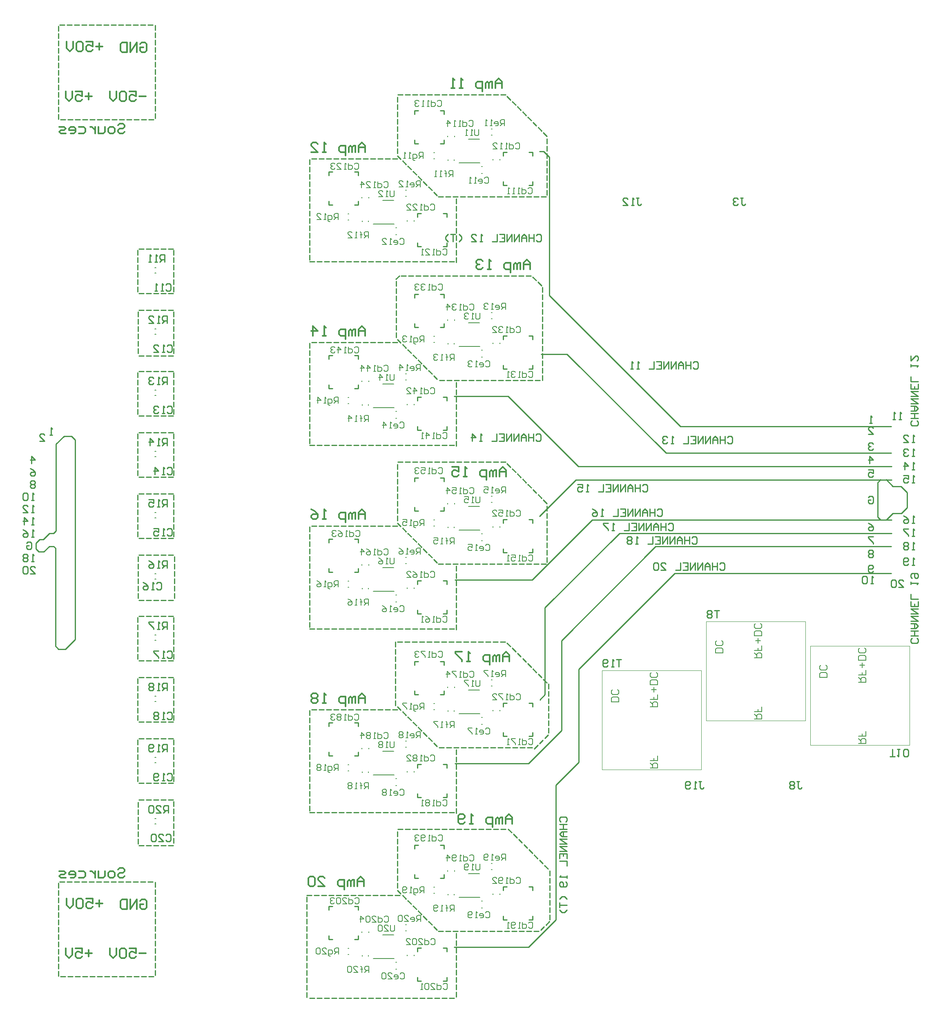
<source format=gbr>
%TF.GenerationSoftware,Altium Limited,Altium Designer,25.0.2 (28)*%
G04 Layer_Color=32896*
%FSLAX45Y45*%
%MOMM*%
%TF.SameCoordinates,BFBE90A8-51B7-47FB-822D-EC39B52C7656*%
%TF.FilePolarity,Positive*%
%TF.FileFunction,Legend,Bot*%
%TF.Part,Single*%
G01*
G75*
%TA.AperFunction,NonConductor*%
%ADD51C,0.25400*%
%ADD52C,0.08000*%
%ADD53C,0.20000*%
%ADD54C,0.30480*%
%ADD56C,0.20320*%
D51*
X20307300Y15595599D02*
X20370799Y15659100D01*
X20485100D02*
X20624800Y15519400D01*
X20789900D01*
X20916901Y15392400D01*
Y15074899D02*
Y15392400D01*
X20802600Y14960600D02*
X20916901Y15074899D01*
X20624800Y14960600D02*
X20802600D01*
X20485100Y14820900D02*
X20624800Y14960600D01*
X20307300Y14884399D02*
X20370799Y14820900D01*
X20307300Y14884399D02*
Y15595599D01*
X2857500Y14224001D02*
Y14338300D01*
X3225800Y14541499D02*
X3276600Y14592300D01*
Y16395700D01*
X3441700Y16560800D01*
X3594100D01*
X3670300Y16484599D01*
Y12344400D02*
Y16484599D01*
X3467100Y12141200D02*
X3670300Y12344400D01*
X3327400Y12141200D02*
X3467100D01*
X3263900Y12204700D02*
X3327400Y12141200D01*
X3263900Y12204700D02*
Y14236700D01*
X3225800Y14274800D02*
X3263900Y14236700D01*
X3213100Y14274800D02*
X3225800D01*
X2857500Y14224001D02*
X2921000Y14160500D01*
X3022600D01*
X3136900Y14274800D01*
X3213100D01*
X3136900Y14541499D02*
X3225800D01*
X3009900Y14414500D02*
X3136900Y14541499D01*
X2933700Y14414500D02*
X3009900D01*
X2857500Y14338300D02*
X2933700Y14414500D01*
X13303250Y11093450D02*
X13411200Y11201400D01*
Y13004800D01*
X16104100Y13716499D02*
X20586200D01*
X14109700Y11722100D02*
X16104100Y13716499D01*
X14109700Y9791700D02*
Y11722100D01*
X13639799Y9321800D02*
X14109700Y9791700D01*
X13639799Y6527800D02*
Y9321800D01*
X13068300Y5956300D02*
X13639799Y6527800D01*
X11531600Y5956300D02*
X13068300D01*
X15705600Y14270500D02*
X20591000D01*
X13754100Y12319000D02*
X15705600Y14270500D01*
X13754100Y10452100D02*
Y12319000D01*
X13068300Y9766300D02*
X13754100Y10452100D01*
X11544300Y9766300D02*
X13068300D01*
X14392700Y14824500D02*
X20595799D01*
X13144501Y13576300D02*
X14392700Y14824500D01*
X11544300Y13576300D02*
X13144501D01*
X14953900Y14547501D02*
X20593401D01*
X13411200Y13004800D02*
X14953900Y14547501D01*
X14055299Y15655499D02*
X20595799D01*
X13296899Y14897099D02*
X14055299Y15655499D01*
X14103000Y15932500D02*
X20592700D01*
X12649200Y17386301D02*
X14103000Y15932500D01*
X11531600Y17386301D02*
X12649200D01*
X15921500Y16209500D02*
X20591000D01*
X13868401Y18262601D02*
X15921500Y16209500D01*
X13335001Y18262601D02*
X13868401D01*
X16218401Y16763499D02*
X20586700D01*
X13500101Y19481799D02*
X16218401Y16763499D01*
X13500101Y19481799D02*
Y22352000D01*
X13385800Y22466299D02*
X13500101Y22352000D01*
X13296899Y22466299D02*
X13385800D01*
X10706100Y15011400D02*
Y15087601D01*
Y15011400D02*
X10782300D01*
X10706100Y15697200D02*
X10782300D01*
X10706100Y15621001D02*
Y15697200D01*
X11315700Y15621001D02*
Y15697200D01*
X11239500D02*
X11315700D01*
X11239500Y15011400D02*
X11315700D01*
Y15087601D01*
X13157201Y7137400D02*
Y7213600D01*
X13081000D02*
X13157201D01*
X13081000Y6527800D02*
X13157201D01*
Y6604000D01*
X12547600Y6527800D02*
Y6604000D01*
Y6527800D02*
X12623800D01*
X12547600Y7213600D02*
X12623800D01*
X12547600Y7137400D02*
Y7213600D01*
X13157201Y10947400D02*
Y11023600D01*
X13081000D02*
X13157201D01*
X13081000Y10337800D02*
X13157201D01*
Y10414000D01*
X12547600Y10337800D02*
Y10414000D01*
Y10337800D02*
X12623800D01*
X12547600Y11023600D02*
X12623800D01*
X12547600Y10947400D02*
Y11023600D01*
X13157201Y22377400D02*
Y22453600D01*
X13081000D02*
X13157201D01*
X13081000Y21767799D02*
X13157201D01*
Y21844000D01*
X12547600Y21767799D02*
Y21844000D01*
Y21767799D02*
X12623800D01*
X12547600Y22453600D02*
X12623800D01*
X12547600Y22377400D02*
Y22453600D01*
X13157201Y18567400D02*
Y18643600D01*
X13081000D02*
X13157201D01*
X13081000Y17957800D02*
X13157201D01*
Y18034000D01*
X12547600Y17957800D02*
Y18034000D01*
Y17957800D02*
X12623800D01*
X12547600Y18643600D02*
X12623800D01*
X12547600Y18567400D02*
Y18643600D01*
X13157201Y14757401D02*
Y14833600D01*
X13081000D02*
X13157201D01*
X13081000Y14147800D02*
X13157201D01*
Y14224001D01*
X12547600Y14147800D02*
Y14224001D01*
Y14147800D02*
X12623800D01*
X12547600Y14833600D02*
X12623800D01*
X12547600Y14757401D02*
Y14833600D01*
X11379200Y5867400D02*
Y5943600D01*
X11303000D02*
X11379200D01*
X11303000Y5257800D02*
X11379200D01*
Y5334000D01*
X10769600Y5257800D02*
Y5334000D01*
Y5257800D02*
X10845800D01*
X10769600Y5943600D02*
X10845800D01*
X10769600Y5867400D02*
Y5943600D01*
X11379200Y9677400D02*
Y9753600D01*
X11303000D02*
X11379200D01*
X11303000Y9067800D02*
X11379200D01*
Y9144000D01*
X10769600Y9067800D02*
Y9144000D01*
Y9067800D02*
X10845800D01*
X10769600Y9753600D02*
X10845800D01*
X10769600Y9677400D02*
Y9753600D01*
X11379200Y21107401D02*
Y21183600D01*
X11303000D02*
X11379200D01*
X11303000Y20497800D02*
X11379200D01*
Y20574001D01*
X10769600Y20497800D02*
Y20574001D01*
Y20497800D02*
X10845800D01*
X10769600Y21183600D02*
X10845800D01*
X10769600Y21107401D02*
Y21183600D01*
X11379200Y17297400D02*
Y17373599D01*
X11303000D02*
X11379200D01*
X11303000Y16687801D02*
X11379200D01*
Y16764000D01*
X10769600Y16687801D02*
Y16764000D01*
Y16687801D02*
X10845800D01*
X10769600Y17373599D02*
X10845800D01*
X10769600Y17297400D02*
Y17373599D01*
X8928100Y6121400D02*
Y6197600D01*
Y6121400D02*
X9004300D01*
X8928100Y6807200D02*
X9004300D01*
X8928100Y6731000D02*
Y6807200D01*
X9537700Y6731000D02*
Y6807200D01*
X9461500D02*
X9537700D01*
X9461500Y6121400D02*
X9537700D01*
Y6197600D01*
X8928100Y9931400D02*
Y10007600D01*
Y9931400D02*
X9004300D01*
X8928100Y10617200D02*
X9004300D01*
X8928100Y10541000D02*
Y10617200D01*
X9537700Y10541000D02*
Y10617200D01*
X9461500D02*
X9537700D01*
X9461500Y9931400D02*
X9537700D01*
Y10007600D01*
X8928100Y21361400D02*
Y21437601D01*
Y21361400D02*
X9004300D01*
X8928100Y22047200D02*
X9004300D01*
X8928100Y21971001D02*
Y22047200D01*
X9537700Y21971001D02*
Y22047200D01*
X9461500D02*
X9537700D01*
X9461500Y21361400D02*
X9537700D01*
Y21437601D01*
X8928100Y17551401D02*
Y17627600D01*
Y17551401D02*
X9004300D01*
X8928100Y18237199D02*
X9004300D01*
X8928100Y18161000D02*
Y18237199D01*
X9537700Y18161000D02*
Y18237199D01*
X9461500D02*
X9537700D01*
X9461500Y17551401D02*
X9537700D01*
Y17627600D01*
X11379200Y13487399D02*
Y13563600D01*
X11303000D02*
X11379200D01*
X11303000Y12877800D02*
X11379200D01*
Y12953999D01*
X10769600Y12877800D02*
Y12953999D01*
Y12877800D02*
X10845800D01*
X10769600Y13563600D02*
X10845800D01*
X10769600Y13487399D02*
Y13563600D01*
X8928100Y13741400D02*
Y13817599D01*
Y13741400D02*
X9004300D01*
X8928100Y14427200D02*
X9004300D01*
X8928100Y14350999D02*
Y14427200D01*
X9537700Y14350999D02*
Y14427200D01*
X9461500D02*
X9537700D01*
X9461500Y13741400D02*
X9537700D01*
Y13817599D01*
X10706100Y18821400D02*
Y18897600D01*
Y18821400D02*
X10782300D01*
X10706100Y19507201D02*
X10782300D01*
X10706100Y19431000D02*
Y19507201D01*
X11315700Y19431000D02*
Y19507201D01*
X11239500D02*
X11315700D01*
X11239500Y18821400D02*
X11315700D01*
Y18897600D01*
X10706100Y11201400D02*
Y11277600D01*
Y11201400D02*
X10782300D01*
X10706100Y11887200D02*
X10782300D01*
X10706100Y11811000D02*
Y11887200D01*
X11315700Y11811000D02*
Y11887200D01*
X11239500D02*
X11315700D01*
X11239500Y11201400D02*
X11315700D01*
Y11277600D01*
X10706100Y22631400D02*
Y22707600D01*
Y22631400D02*
X10782300D01*
X10706100Y23317200D02*
X10782300D01*
X10706100Y23241000D02*
Y23317200D01*
X11315700Y23241000D02*
Y23317200D01*
X11239500D02*
X11315700D01*
X11239500Y22631400D02*
X11315700D01*
Y22707600D01*
X10706100Y7391400D02*
Y7467600D01*
Y7391400D02*
X10782300D01*
X10706100Y8077200D02*
X10782300D01*
X10706100Y8001000D02*
Y8077200D01*
X11315700Y8001000D02*
Y8077200D01*
X11239500D02*
X11315700D01*
X11239500Y7391400D02*
X11315700D01*
Y7467600D01*
X13502280Y6489700D02*
X13430460Y6417881D01*
X13394551Y6381972D02*
X13322733Y6310153D01*
X13144501Y10096500D02*
X13042934D01*
X12992149D02*
X12890582D01*
X12839799D02*
X12738231D01*
X12687448D02*
X12585881D01*
X12535097D02*
X12433530D01*
X12382746D02*
X12281179D01*
X12230396D02*
X12128828D01*
X12078045D02*
X11976478D01*
X11925694D02*
X11824127D01*
X11773343D02*
X11671776D01*
X11620993D02*
X11519426D01*
X11468642D02*
X11367075D01*
X11316291D02*
X11214724D01*
X13476878Y10363200D02*
X13405060Y10291381D01*
X13369151Y10255472D02*
X13297331Y10183653D01*
X13261423Y10147744D02*
X13189604Y10075925D01*
X12649200Y8409579D02*
X12721019Y8337760D01*
X12756928Y8301850D02*
X12828748Y8230031D01*
X12864656Y8194122D02*
X12936475Y8122303D01*
X12972385Y8086394D02*
X13044205Y8014575D01*
X13080113Y7978666D02*
X13151932Y7906847D01*
X13187840Y7870937D02*
X13259660Y7799119D01*
X13295569Y7763209D02*
X13367387Y7691390D01*
X13403297Y7655481D02*
X13475116Y7583662D01*
X12598400Y8407400D02*
X12496833D01*
X12446049D02*
X12344482D01*
X12293699D02*
X12192131D01*
X12141348D02*
X12039781D01*
X11988997D02*
X11887430D01*
X11836646D02*
X11735079D01*
X11684296D02*
X11582728D01*
X11531945D02*
X11430378D01*
X11379594D02*
X11278027D01*
X11227243D02*
X11125676D01*
X11074893D02*
X10973326D01*
X10922542D02*
X10820975D01*
X10770191D02*
X10668624D01*
X10617841D02*
X10516273D01*
X10465490D02*
X10363923D01*
X13512801Y7543800D02*
Y7442233D01*
Y7391449D02*
Y7289882D01*
Y7239098D02*
Y7137531D01*
Y7086748D02*
Y6985180D01*
Y6934397D02*
Y6832830D01*
Y6782046D02*
Y6680479D01*
Y6629695D02*
Y6528128D01*
X13284200Y6286500D02*
X13182632D01*
X13131850D02*
X13030283D01*
X12979498D02*
X12877931D01*
X12827148D02*
X12725581D01*
X12674797D02*
X12573230D01*
X12522446D02*
X12420879D01*
X12370096D02*
X12268528D01*
X12217745D02*
X12116178D01*
X12065394D02*
X11963827D01*
X11913043D02*
X11811476D01*
X11760693D02*
X11659126D01*
X11608342D02*
X11506775D01*
X11455991D02*
X11354424D01*
X11303641D02*
X11202073D01*
X10350500Y7139579D02*
X10422319Y7067760D01*
X10458228Y7031850D02*
X10530047Y6960031D01*
X10565956Y6924122D02*
X10637775Y6852303D01*
X10673685Y6816394D02*
X10745504Y6744575D01*
X10781413Y6708666D02*
X10853232Y6636847D01*
X10889141Y6600937D02*
X10960960Y6529119D01*
X10996869Y6493209D02*
X11068688Y6421390D01*
X11104598Y6385481D02*
X11176416Y6313662D01*
X10350500Y8356600D02*
Y8255033D01*
Y8204249D02*
Y8102682D01*
Y8051899D02*
Y7950331D01*
Y7899548D02*
Y7797981D01*
Y7747197D02*
Y7645630D01*
Y7594846D02*
Y7493279D01*
Y7442496D02*
Y7340928D01*
Y7290145D02*
Y7188578D01*
X10401300Y7035800D02*
X10299733D01*
X10248949D02*
X10147382D01*
X10096599D02*
X9995031D01*
X9944248D02*
X9842681D01*
X9791897D02*
X9690330D01*
X9639546D02*
X9537979D01*
X9487196D02*
X9385628D01*
X9334845D02*
X9233278D01*
X9182494D02*
X9080927D01*
X9030143D02*
X8928576D01*
X8877793D02*
X8776226D01*
X8725442D02*
X8623875D01*
X8573091D02*
X8471524D01*
X8470900Y6997700D02*
Y6896133D01*
Y6845349D02*
Y6743782D01*
Y6692999D02*
Y6591431D01*
Y6540648D02*
Y6439081D01*
Y6388297D02*
Y6286730D01*
Y6235946D02*
Y6134379D01*
Y6083596D02*
Y5982028D01*
Y5931245D02*
Y5829678D01*
Y5778894D02*
Y5677327D01*
Y5626543D02*
Y5524976D01*
Y5474193D02*
Y5372626D01*
Y5321842D02*
Y5220275D01*
Y5169491D02*
Y5067924D01*
Y5017141D02*
Y4915573D01*
X11531600Y4902200D02*
X11430033D01*
X11379249D02*
X11277682D01*
X11226899D02*
X11125331D01*
X11074548D02*
X10972981D01*
X10922197D02*
X10820630D01*
X10769846D02*
X10668279D01*
X10617496D02*
X10515928D01*
X10465145D02*
X10363578D01*
X10312794D02*
X10211227D01*
X10160443D02*
X10058876D01*
X10008093D02*
X9906526D01*
X9855742D02*
X9754175D01*
X9703391D02*
X9601824D01*
X9551041D02*
X9449473D01*
X9398690D02*
X9297123D01*
X9246339D02*
X9144772D01*
X9093988D02*
X8992421D01*
X8941638D02*
X8840070D01*
X8789287D02*
X8687720D01*
X8636936D02*
X8535369D01*
X11569700Y6248400D02*
Y6146833D01*
Y6096049D02*
Y5994482D01*
Y5943698D02*
Y5842131D01*
Y5791348D02*
Y5689780D01*
Y5638997D02*
Y5537430D01*
Y5486646D02*
Y5385079D01*
Y5334295D02*
Y5232728D01*
Y5181945D02*
Y5080377D01*
Y5029594D02*
Y4928027D01*
X12623800Y12270379D02*
X12695619Y12198560D01*
X12731528Y12162650D02*
X12803346Y12090831D01*
X12839256Y12054922D02*
X12911075Y11983103D01*
X12946985Y11947194D02*
X13018803Y11875375D01*
X13054713Y11839466D02*
X13126532Y11767647D01*
X13162440Y11731737D02*
X13234261Y11659919D01*
X13270169Y11624009D02*
X13341988Y11552190D01*
X13377898Y11516281D02*
X13449716Y11444462D01*
X12585700Y12293600D02*
X12484133D01*
X12433349D02*
X12331782D01*
X12280999D02*
X12179431D01*
X12128648D02*
X12027081D01*
X11976297D02*
X11874730D01*
X11823946D02*
X11722379D01*
X11671596D02*
X11570028D01*
X11519245D02*
X11417678D01*
X11366894D02*
X11265327D01*
X11214543D02*
X11112976D01*
X11062193D02*
X10960626D01*
X10909842D02*
X10808275D01*
X10757491D02*
X10655924D01*
X10605141D02*
X10503573D01*
X10452790D02*
X10351223D01*
X13487399Y11417300D02*
Y11315733D01*
Y11264949D02*
Y11163382D01*
Y11112598D02*
Y11011031D01*
Y10960248D02*
Y10858680D01*
Y10807897D02*
Y10706330D01*
Y10655546D02*
Y10553979D01*
Y10503195D02*
Y10401628D01*
X10350500Y10949579D02*
X10422319Y10877760D01*
X10458228Y10841850D02*
X10530047Y10770031D01*
X10565956Y10734122D02*
X10637775Y10662303D01*
X10673685Y10626394D02*
X10745504Y10554575D01*
X10781413Y10518666D02*
X10853232Y10446847D01*
X10889141Y10410937D02*
X10960960Y10339119D01*
X10996869Y10303209D02*
X11068688Y10231390D01*
X11104598Y10195481D02*
X11176416Y10123662D01*
X10312400Y12293600D02*
Y12192033D01*
Y12141249D02*
Y12039682D01*
Y11988899D02*
Y11887331D01*
Y11836548D02*
Y11734981D01*
Y11684197D02*
Y11582630D01*
Y11531846D02*
Y11430279D01*
Y11379496D02*
Y11277928D01*
Y11227145D02*
Y11125578D01*
Y11074794D02*
Y10973227D01*
X10350500Y10883900D02*
X10248933D01*
X10198149D02*
X10096582D01*
X10045799D02*
X9944231D01*
X9893448D02*
X9791881D01*
X9741097D02*
X9639530D01*
X9588746D02*
X9487179D01*
X9436396D02*
X9334828D01*
X9284045D02*
X9182478D01*
X9131694D02*
X9030127D01*
X8979343D02*
X8877776D01*
X8826993D02*
X8725426D01*
X8674642D02*
X8573075D01*
X8534400Y10871200D02*
Y10769633D01*
Y10718849D02*
Y10617282D01*
Y10566498D02*
Y10464931D01*
Y10414148D02*
Y10312580D01*
Y10261797D02*
Y10160230D01*
Y10109446D02*
Y10007879D01*
Y9957095D02*
Y9855528D01*
Y9804745D02*
Y9703177D01*
Y9652394D02*
Y9550827D01*
Y9500043D02*
Y9398476D01*
Y9347693D02*
Y9246125D01*
Y9195342D02*
Y9093775D01*
Y9042991D02*
Y8941424D01*
Y8890640D02*
Y8789073D01*
X11531600Y8750300D02*
X11430033D01*
X11379249D02*
X11277682D01*
X11226899D02*
X11125331D01*
X11074548D02*
X10972981D01*
X10922197D02*
X10820630D01*
X10769846D02*
X10668279D01*
X10617496D02*
X10515928D01*
X10465145D02*
X10363578D01*
X10312794D02*
X10211227D01*
X10160443D02*
X10058876D01*
X10008093D02*
X9906526D01*
X9855742D02*
X9754175D01*
X9703391D02*
X9601824D01*
X9551041D02*
X9449473D01*
X9398690D02*
X9297123D01*
X9246339D02*
X9144772D01*
X9093988D02*
X8992421D01*
X8941638D02*
X8840070D01*
X8789287D02*
X8687720D01*
X8636936D02*
X8535369D01*
X11569700Y10058400D02*
Y9956833D01*
Y9906049D02*
Y9804482D01*
Y9753699D02*
Y9652131D01*
Y9601348D02*
Y9499781D01*
Y9448997D02*
Y9347430D01*
Y9296646D02*
Y9195079D01*
Y9144296D02*
Y9042728D01*
Y8991945D02*
Y8890378D01*
Y8839594D02*
Y8738027D01*
X12623800Y15991479D02*
X12695619Y15919659D01*
X12731528Y15883749D02*
X12803346Y15811931D01*
X12839256Y15776022D02*
X12911075Y15704202D01*
X12946985Y15668294D02*
X13018803Y15596475D01*
X13054713Y15560567D02*
X13126532Y15488747D01*
X13162440Y15452837D02*
X13234261Y15381020D01*
X13270169Y15345110D02*
X13341988Y15273289D01*
X13377898Y15237381D02*
X13449716Y15165562D01*
X12598400Y16027400D02*
X12496833D01*
X12446049D02*
X12344482D01*
X12293699D02*
X12192131D01*
X12141348D02*
X12039781D01*
X11988997D02*
X11887430D01*
X11836646D02*
X11735079D01*
X11684296D02*
X11582728D01*
X11531945D02*
X11430378D01*
X11379594D02*
X11278027D01*
X11227243D02*
X11125676D01*
X11074893D02*
X10973326D01*
X10922542D02*
X10820975D01*
X10770191D02*
X10668624D01*
X10617841D02*
X10516273D01*
X10465490D02*
X10363923D01*
X13449300Y15113000D02*
Y15011433D01*
Y14960649D02*
Y14859082D01*
Y14808299D02*
Y14706731D01*
Y14655948D02*
Y14554381D01*
Y14503596D02*
Y14402029D01*
Y14351247D02*
Y14249680D01*
Y14198895D02*
Y14097328D01*
Y14046545D02*
Y13944978D01*
X13435976Y13906500D02*
X13334409D01*
X13283624D02*
X13182059D01*
X13131274D02*
X13029707D01*
X12978925D02*
X12877357D01*
X12826573D02*
X12725006D01*
X12674223D02*
X12572655D01*
X12521872D02*
X12420305D01*
X12369521D02*
X12267954D01*
X12217170D02*
X12115603D01*
X12064820D02*
X11963252D01*
X11912469D02*
X11810902D01*
X11760118D02*
X11658551D01*
X11607767D02*
X11506200D01*
X11455417D02*
X11353850D01*
X11303066D02*
X11201499D01*
X10350500Y14759579D02*
X10422319Y14687759D01*
X10458228Y14651849D02*
X10530047Y14580031D01*
X10565956Y14544122D02*
X10637775Y14472302D01*
X10673685Y14436394D02*
X10745504Y14364575D01*
X10781413Y14328667D02*
X10853232Y14256847D01*
X10889141Y14220937D02*
X10960960Y14149120D01*
X10996869Y14113210D02*
X11068688Y14041389D01*
X11104598Y14005481D02*
X11176416Y13933662D01*
X10350500Y15976601D02*
Y15875034D01*
Y15824249D02*
Y15722682D01*
Y15671899D02*
Y15570331D01*
Y15519548D02*
Y15417981D01*
Y15367197D02*
Y15265630D01*
Y15214845D02*
Y15113280D01*
Y15062495D02*
Y14960928D01*
Y14910146D02*
Y14808578D01*
Y14693900D02*
X10248933D01*
X10198149D02*
X10096582D01*
X10045799D02*
X9944231D01*
X9893448D02*
X9791881D01*
X9741097D02*
X9639530D01*
X9588746D02*
X9487179D01*
X9436396D02*
X9334828D01*
X9284045D02*
X9182478D01*
X9131694D02*
X9030127D01*
X8979343D02*
X8877776D01*
X8826993D02*
X8725426D01*
X8674642D02*
X8573075D01*
X8534400Y14681200D02*
Y14579633D01*
Y14528848D02*
Y14427283D01*
Y14376498D02*
Y14274931D01*
Y14224149D02*
Y14122581D01*
Y14071797D02*
Y13970230D01*
Y13919446D02*
Y13817879D01*
Y13767096D02*
Y13665527D01*
Y13614745D02*
Y13513177D01*
Y13462395D02*
Y13360828D01*
Y13310043D02*
Y13208476D01*
Y13157693D02*
Y13056126D01*
Y13005342D02*
Y12903775D01*
Y12852991D02*
Y12751424D01*
Y12700641D02*
Y12599073D01*
X11531600Y12560300D02*
X11430033D01*
X11379249D02*
X11277682D01*
X11226899D02*
X11125331D01*
X11074548D02*
X10972981D01*
X10922197D02*
X10820630D01*
X10769846D02*
X10668279D01*
X10617496D02*
X10515928D01*
X10465145D02*
X10363578D01*
X10312794D02*
X10211227D01*
X10160443D02*
X10058876D01*
X10008093D02*
X9906526D01*
X9855742D02*
X9754175D01*
X9703391D02*
X9601824D01*
X9551041D02*
X9449473D01*
X9398690D02*
X9297123D01*
X9246339D02*
X9144772D01*
X9093988D02*
X8992421D01*
X8941638D02*
X8840070D01*
X8789287D02*
X8687720D01*
X8636936D02*
X8535369D01*
X11569700Y13868401D02*
Y13766833D01*
Y13716049D02*
Y13614482D01*
Y13563698D02*
Y13462131D01*
Y13411348D02*
Y13309779D01*
Y13258997D02*
Y13157430D01*
Y13106647D02*
Y13005080D01*
Y12954295D02*
Y12852728D01*
Y12801945D02*
Y12700377D01*
Y12649594D02*
Y12548027D01*
X10390779Y19888200D02*
X10318960Y19816380D01*
X13157201Y19864980D02*
X13229019Y19793159D01*
X13264928Y19757249D02*
X13336748Y19685431D01*
X13119099Y19888200D02*
X13017532D01*
X12966750D02*
X12865182D01*
X12814400D02*
X12712831D01*
X12662048D02*
X12560481D01*
X12509697D02*
X12408130D01*
X12357346D02*
X12255779D01*
X12204996D02*
X12103428D01*
X12052645D02*
X11951078D01*
X11900294D02*
X11798727D01*
X11747943D02*
X11646376D01*
X11595593D02*
X11494026D01*
X11443242D02*
X11341675D01*
X11290891D02*
X11189324D01*
X11138541D02*
X11036973D01*
X10986190D02*
X10884623D01*
X10833839D02*
X10732272D01*
X10681488D02*
X10579921D01*
X10529138D02*
X10427570D01*
X13360400Y19646899D02*
Y19545332D01*
Y19494550D02*
Y19392982D01*
Y19342200D02*
Y19240631D01*
Y19189848D02*
Y19088281D01*
Y19037497D02*
Y18935930D01*
Y18885146D02*
Y18783578D01*
Y18732796D02*
Y18631229D01*
Y18580444D02*
Y18478877D01*
Y18428094D02*
Y18326527D01*
Y18275743D02*
Y18174176D01*
Y18123393D02*
Y18021826D01*
Y17971042D02*
Y17869475D01*
Y17818690D02*
Y17717123D01*
X13309599Y17716499D02*
X13208034D01*
X13157249D02*
X13055682D01*
X13004900D02*
X12903331D01*
X12852548D02*
X12750981D01*
X12700197D02*
X12598630D01*
X12547846D02*
X12446279D01*
X12395496D02*
X12293928D01*
X12243145D02*
X12141578D01*
X12090794D02*
X11989227D01*
X11938443D02*
X11836876D01*
X11786093D02*
X11684526D01*
X11633742D02*
X11532175D01*
X11481391D02*
X11379824D01*
X11329041D02*
X11227473D01*
X10350500Y18569579D02*
X10422319Y18497760D01*
X10458228Y18461850D02*
X10530047Y18390031D01*
X10565956Y18354121D02*
X10637775Y18282303D01*
X10673685Y18246394D02*
X10745504Y18174574D01*
X10781413Y18138666D02*
X10853232Y18066847D01*
X10889141Y18030937D02*
X10960960Y17959119D01*
X10996869Y17923209D02*
X11068688Y17851390D01*
X11104598Y17815482D02*
X11176416Y17743661D01*
X10325100Y19773900D02*
Y19672333D01*
Y19621548D02*
Y19519981D01*
Y19469199D02*
Y19367632D01*
Y19316849D02*
Y19215280D01*
Y19164497D02*
Y19062930D01*
Y19012146D02*
Y18910579D01*
Y18859795D02*
Y18758228D01*
Y18707445D02*
Y18605878D01*
X10350500Y18503900D02*
X10248933D01*
X10198149D02*
X10096582D01*
X10045799D02*
X9944231D01*
X9893448D02*
X9791881D01*
X9741097D02*
X9639530D01*
X9588746D02*
X9487179D01*
X9436396D02*
X9334828D01*
X9284045D02*
X9182478D01*
X9131694D02*
X9030127D01*
X8979343D02*
X8877776D01*
X8826993D02*
X8725426D01*
X8674642D02*
X8573075D01*
X8534400Y18491200D02*
Y18389633D01*
Y18338849D02*
Y18237282D01*
Y18186499D02*
Y18084930D01*
Y18034148D02*
Y17932581D01*
Y17881796D02*
Y17780231D01*
Y17729446D02*
Y17627879D01*
Y17577097D02*
Y17475528D01*
Y17424745D02*
Y17323178D01*
Y17272394D02*
Y17170827D01*
Y17120042D02*
Y17018475D01*
Y16967693D02*
Y16866125D01*
Y16815343D02*
Y16713776D01*
Y16662991D02*
Y16561424D01*
Y16510641D02*
Y16409073D01*
X11531600Y16370300D02*
X11430033D01*
X11379249D02*
X11277682D01*
X11226899D02*
X11125331D01*
X11074548D02*
X10972981D01*
X10922197D02*
X10820630D01*
X10769846D02*
X10668279D01*
X10617496D02*
X10515928D01*
X10465145D02*
X10363578D01*
X10312794D02*
X10211227D01*
X10160443D02*
X10058876D01*
X10008093D02*
X9906526D01*
X9855742D02*
X9754175D01*
X9703391D02*
X9601824D01*
X9551041D02*
X9449473D01*
X9398690D02*
X9297123D01*
X9246339D02*
X9144772D01*
X9093988D02*
X8992421D01*
X8941638D02*
X8840070D01*
X8789287D02*
X8687720D01*
X8636936D02*
X8535369D01*
X11569700Y17678400D02*
Y17576833D01*
Y17526048D02*
Y17424483D01*
Y17373698D02*
Y17272131D01*
Y17221349D02*
Y17119780D01*
Y17068997D02*
Y16967430D01*
Y16916646D02*
Y16815079D01*
Y16764294D02*
Y16662727D01*
Y16611945D02*
Y16510378D01*
Y16459595D02*
Y16358028D01*
X11569700Y21488400D02*
Y21386833D01*
Y21336049D02*
Y21234482D01*
Y21183699D02*
Y21082130D01*
Y21031348D02*
Y20929781D01*
Y20878996D02*
Y20777431D01*
Y20726646D02*
Y20625079D01*
Y20574297D02*
Y20472728D01*
Y20421945D02*
Y20320378D01*
Y20269594D02*
Y20168027D01*
X11531600Y20180299D02*
X11430033D01*
X11379249D02*
X11277682D01*
X11226899D02*
X11125331D01*
X11074548D02*
X10972981D01*
X10922197D02*
X10820630D01*
X10769846D02*
X10668279D01*
X10617496D02*
X10515928D01*
X10465145D02*
X10363578D01*
X10312794D02*
X10211227D01*
X10160443D02*
X10058876D01*
X10008093D02*
X9906526D01*
X9855742D02*
X9754175D01*
X9703391D02*
X9601824D01*
X9551041D02*
X9449473D01*
X9398690D02*
X9297123D01*
X9246339D02*
X9144772D01*
X9093988D02*
X8992421D01*
X8941638D02*
X8840070D01*
X8789287D02*
X8687720D01*
X8636936D02*
X8535369D01*
X8534400Y22301199D02*
Y22199632D01*
Y22148849D02*
Y22047282D01*
Y21996498D02*
Y21894931D01*
Y21844148D02*
Y21742580D01*
Y21691797D02*
Y21590230D01*
Y21539445D02*
Y21437878D01*
Y21387096D02*
Y21285529D01*
Y21234744D02*
Y21133177D01*
Y21082394D02*
Y20980827D01*
Y20930043D02*
Y20828476D01*
Y20777693D02*
Y20676125D01*
Y20625342D02*
Y20523775D01*
Y20472990D02*
Y20371423D01*
Y20320641D02*
Y20219073D01*
X10350500Y22313901D02*
X10248933D01*
X10198149D02*
X10096582D01*
X10045799D02*
X9944231D01*
X9893448D02*
X9791881D01*
X9741097D02*
X9639530D01*
X9588746D02*
X9487179D01*
X9436396D02*
X9334828D01*
X9284045D02*
X9182478D01*
X9131694D02*
X9030127D01*
X8979343D02*
X8877776D01*
X8826993D02*
X8725426D01*
X8674642D02*
X8573075D01*
X10350500Y23596600D02*
Y23495033D01*
Y23444249D02*
Y23342682D01*
Y23291898D02*
Y23190331D01*
Y23139548D02*
Y23037981D01*
Y22987196D02*
Y22885629D01*
Y22834846D02*
Y22733279D01*
Y22682495D02*
Y22580928D01*
Y22530145D02*
Y22428577D01*
X10350500Y22379579D02*
X10422319Y22307761D01*
X10458228Y22271851D02*
X10530047Y22200031D01*
X10565956Y22164122D02*
X10637775Y22092303D01*
X10673685Y22056393D02*
X10745504Y21984575D01*
X10781413Y21948666D02*
X10853232Y21876846D01*
X10889141Y21840936D02*
X10960960Y21769119D01*
X10996869Y21733209D02*
X11068688Y21661391D01*
X11104598Y21625481D02*
X11176416Y21553662D01*
X13435976Y21526500D02*
X13334409D01*
X13283624D02*
X13182059D01*
X13131274D02*
X13029707D01*
X12978925D02*
X12877357D01*
X12826573D02*
X12725006D01*
X12674223D02*
X12572655D01*
X12521872D02*
X12420305D01*
X12369521D02*
X12267954D01*
X12217170D02*
X12115603D01*
X12064820D02*
X11963252D01*
X11912469D02*
X11810902D01*
X11760118D02*
X11658551D01*
X11607767D02*
X11506200D01*
X11455417D02*
X11353850D01*
X11303066D02*
X11201499D01*
X13449300Y22733000D02*
Y22631433D01*
Y22580649D02*
Y22479082D01*
Y22428297D02*
Y22326730D01*
Y22275948D02*
Y22174380D01*
Y22123598D02*
Y22022031D01*
Y21971246D02*
Y21869679D01*
Y21818895D02*
Y21717328D01*
Y21666545D02*
Y21564977D01*
X12598400Y23647400D02*
X12496833D01*
X12446049D02*
X12344482D01*
X12293699D02*
X12192131D01*
X12141348D02*
X12039781D01*
X11988997D02*
X11887430D01*
X11836646D02*
X11735079D01*
X11684296D02*
X11582728D01*
X11531945D02*
X11430378D01*
X11379594D02*
X11278027D01*
X11227243D02*
X11125676D01*
X11074893D02*
X10973326D01*
X10922542D02*
X10820975D01*
X10770191D02*
X10668624D01*
X10617841D02*
X10516273D01*
X10465490D02*
X10363923D01*
X12623800Y23611479D02*
X12695619Y23539661D01*
X12731528Y23503751D02*
X12803346Y23431931D01*
X12839256Y23396022D02*
X12911075Y23324203D01*
X12946985Y23288293D02*
X13018803Y23216475D01*
X13054713Y23180566D02*
X13126532Y23108746D01*
X13162440Y23072836D02*
X13234261Y23001019D01*
X13270169Y22965109D02*
X13341988Y22893291D01*
X13377898Y22857381D02*
X13449716Y22785562D01*
X21120059Y16878267D02*
X21145451Y16852875D01*
Y16802092D01*
X21120059Y16776700D01*
X21018492D01*
X20993100Y16802092D01*
Y16852875D01*
X21018492Y16878267D01*
X21145451Y16929051D02*
X20993100D01*
X21069275D01*
Y17030618D01*
X21145451D01*
X20993100D01*
Y17081401D02*
X21094667D01*
X21145451Y17132185D01*
X21094667Y17182970D01*
X20993100D01*
X21069275D01*
Y17081401D01*
X20993100Y17233752D02*
X21145451D01*
X20993100Y17335320D01*
X21145451D01*
X20993100Y17386102D02*
X21145451D01*
X20993100Y17487669D01*
X21145451D01*
Y17640021D02*
Y17538454D01*
X20993100D01*
Y17640021D01*
X21069275Y17538454D02*
Y17589236D01*
X21145451Y17690804D02*
X20993100D01*
Y17792372D01*
Y17995506D02*
Y18046289D01*
Y18020898D01*
X21145451D01*
X21120059Y17995506D01*
X20993100Y18224033D02*
Y18122466D01*
X21094667Y18224033D01*
X21120059D01*
X21145451Y18198640D01*
Y18147858D01*
X21120059Y18122466D01*
Y12369767D02*
X21145451Y12344375D01*
Y12293592D01*
X21120059Y12268200D01*
X21018492D01*
X20993100Y12293592D01*
Y12344375D01*
X21018492Y12369767D01*
X21145451Y12420551D02*
X20993100D01*
X21069275D01*
Y12522118D01*
X21145451D01*
X20993100D01*
Y12572901D02*
X21094667D01*
X21145451Y12623685D01*
X21094667Y12674469D01*
X20993100D01*
X21069275D01*
Y12572901D01*
X20993100Y12725252D02*
X21145451D01*
X20993100Y12826819D01*
X21145451D01*
X20993100Y12877603D02*
X21145451D01*
X20993100Y12979170D01*
X21145451D01*
Y13131522D02*
Y13029955D01*
X20993100D01*
Y13131522D01*
X21069275Y13029955D02*
Y13080737D01*
X21145451Y13182304D02*
X20993100D01*
Y13283871D01*
Y13487006D02*
Y13537788D01*
Y13512398D01*
X21145451D01*
X21120059Y13487006D01*
X21018492Y13613965D02*
X20993100Y13639357D01*
Y13690140D01*
X21018492Y13715532D01*
X21120059D01*
X21145451Y13690140D01*
Y13639357D01*
X21120059Y13613965D01*
X21094667D01*
X21069275Y13639357D01*
Y13715532D01*
X20802600Y16903700D02*
X20751817D01*
X20777208D01*
Y17056052D01*
X20802600Y17030659D01*
X20675641Y16903700D02*
X20624858D01*
X20650249D01*
Y17056052D01*
X20675641Y17030659D01*
X21069299Y16433800D02*
X21018517D01*
X21043909D01*
Y16586151D01*
X21069299Y16560759D01*
X20840775Y16433800D02*
X20942342D01*
X20840775Y16535367D01*
Y16560759D01*
X20866167Y16586151D01*
X20916949D01*
X20942342Y16560759D01*
X21069226Y16144099D02*
X21018442D01*
X21043834D01*
Y16296451D01*
X21069226Y16271059D01*
X20942267D02*
X20916875Y16296451D01*
X20866092D01*
X20840700Y16271059D01*
Y16245667D01*
X20866092Y16220274D01*
X20891483D01*
X20866092D01*
X20840700Y16194884D01*
Y16169492D01*
X20866092Y16144099D01*
X20916875D01*
X20942267Y16169492D01*
X21069226Y15867101D02*
X21018442D01*
X21043834D01*
Y16019450D01*
X21069226Y15994060D01*
X20866092Y15867101D02*
Y16019450D01*
X20942267Y15943275D01*
X20840700D01*
X21069226Y15590100D02*
X21018442D01*
X21043834D01*
Y15742451D01*
X21069226Y15717059D01*
X20840700Y15742451D02*
X20942267D01*
Y15666277D01*
X20891483Y15691667D01*
X20866092D01*
X20840700Y15666277D01*
Y15615492D01*
X20866092Y15590100D01*
X20916875D01*
X20942267Y15615492D01*
X21069226Y14759100D02*
X21018442D01*
X21043834D01*
Y14911452D01*
X21069226Y14886060D01*
X20840700Y14911452D02*
X20891483Y14886060D01*
X20942267Y14835275D01*
Y14784492D01*
X20916875Y14759100D01*
X20866092D01*
X20840700Y14784492D01*
Y14809885D01*
X20866092Y14835275D01*
X20942267D01*
X21069226Y14482100D02*
X21018442D01*
X21043834D01*
Y14634451D01*
X21069226Y14609059D01*
X20942267Y14634451D02*
X20840700D01*
Y14609059D01*
X20942267Y14507492D01*
Y14482100D01*
X21069226Y14205099D02*
X21018442D01*
X21043834D01*
Y14357451D01*
X21069226Y14332059D01*
X20942267D02*
X20916875Y14357451D01*
X20866092D01*
X20840700Y14332059D01*
Y14306667D01*
X20866092Y14281274D01*
X20840700Y14255882D01*
Y14230492D01*
X20866092Y14205099D01*
X20916875D01*
X20942267Y14230492D01*
Y14255882D01*
X20916875Y14281274D01*
X20942267Y14306667D01*
Y14332059D01*
X20916875Y14281274D02*
X20866092D01*
X21069299Y13881100D02*
X21018517D01*
X21043909D01*
Y14033450D01*
X21069299Y14008060D01*
X20942342Y13906493D02*
X20916949Y13881100D01*
X20866167D01*
X20840775Y13906493D01*
Y14008060D01*
X20866167Y14033450D01*
X20916949D01*
X20942342Y14008060D01*
Y13982668D01*
X20916949Y13957275D01*
X20840775D01*
X20739133Y13423900D02*
X20840700D01*
X20739133Y13525467D01*
Y13550859D01*
X20764525Y13576251D01*
X20815308D01*
X20840700Y13550859D01*
X20688348D02*
X20662956Y13576251D01*
X20612173D01*
X20586781Y13550859D01*
Y13449292D01*
X20612173Y13423900D01*
X20662956D01*
X20688348Y13449292D01*
Y13550859D01*
X20116800Y15287659D02*
X20142192Y15313051D01*
X20192976D01*
X20218367Y15287659D01*
Y15186092D01*
X20192976Y15160699D01*
X20142192D01*
X20116800Y15186092D01*
Y15236876D01*
X20167584D01*
X20218401Y13500101D02*
X20167616D01*
X20193008D01*
Y13652451D01*
X20218401Y13627058D01*
X20091441D02*
X20066049Y13652451D01*
X20015266D01*
X19989874Y13627058D01*
Y13525491D01*
X20015266Y13500101D01*
X20066049D01*
X20091441Y13525491D01*
Y13627058D01*
X20218401Y13754092D02*
X20193008Y13728700D01*
X20142226D01*
X20116833Y13754092D01*
Y13855659D01*
X20142226Y13881052D01*
X20193008D01*
X20218401Y13855659D01*
Y13830267D01*
X20193008Y13804875D01*
X20116833D01*
X20218401Y14173158D02*
X20193008Y14198550D01*
X20142226D01*
X20116833Y14173158D01*
Y14147768D01*
X20142226Y14122375D01*
X20116833Y14096983D01*
Y14071593D01*
X20142226Y14046201D01*
X20193008D01*
X20218401Y14071593D01*
Y14096983D01*
X20193008Y14122375D01*
X20218401Y14147768D01*
Y14173158D01*
X20193008Y14122375D02*
X20142226D01*
X20218401Y14477951D02*
X20116833D01*
Y14452559D01*
X20218401Y14350992D01*
Y14325600D01*
X20116833Y14757352D02*
X20167616Y14731960D01*
X20218401Y14681175D01*
Y14630392D01*
X20193008Y14605000D01*
X20142226D01*
X20116833Y14630392D01*
Y14655783D01*
X20142226Y14681175D01*
X20218401D01*
X20116833Y15862251D02*
X20218401D01*
Y15786075D01*
X20167616Y15811467D01*
X20142226D01*
X20116833Y15786075D01*
Y15735292D01*
X20142226Y15709900D01*
X20193008D01*
X20218401Y15735292D01*
X20142226Y15989301D02*
Y16141650D01*
X20218401Y16065475D01*
X20116833D01*
X20218401Y16395659D02*
X20193008Y16421051D01*
X20142226D01*
X20116833Y16395659D01*
Y16370267D01*
X20142226Y16344875D01*
X20167616D01*
X20142226D01*
X20116833Y16319482D01*
Y16294092D01*
X20142226Y16268700D01*
X20193008D01*
X20218401Y16294092D01*
X20116833Y16598900D02*
X20218401D01*
X20116833Y16700467D01*
Y16725859D01*
X20142226Y16751251D01*
X20193008D01*
X20218401Y16725859D01*
X20192999Y16827499D02*
X20142216D01*
X20167609D01*
Y16979851D01*
X20192999Y16954459D01*
X3200400Y16586200D02*
X3149617D01*
X3175008D01*
Y16738551D01*
X3200400Y16713159D01*
X2933733Y16459200D02*
X3035300D01*
X2933733Y16560767D01*
Y16586159D01*
X2959125Y16611551D01*
X3009908D01*
X3035300Y16586159D01*
X2768625Y15989301D02*
Y16141650D01*
X2844800Y16065475D01*
X2743233D01*
Y15887651D02*
X2794017Y15862259D01*
X2844800Y15811475D01*
Y15760692D01*
X2819408Y15735300D01*
X2768625D01*
X2743233Y15760692D01*
Y15786082D01*
X2768625Y15811475D01*
X2844800D01*
Y15608260D02*
X2819408Y15633652D01*
X2768625D01*
X2743233Y15608260D01*
Y15582867D01*
X2768625Y15557475D01*
X2743233Y15532083D01*
Y15506693D01*
X2768625Y15481300D01*
X2819408D01*
X2844800Y15506693D01*
Y15532083D01*
X2819408Y15557475D01*
X2844800Y15582867D01*
Y15608260D01*
X2819408Y15557475D02*
X2768625D01*
X2819400Y15227299D02*
X2768617D01*
X2794008D01*
Y15379651D01*
X2819400Y15354259D01*
X2692441D02*
X2667049Y15379651D01*
X2616266D01*
X2590874Y15354259D01*
Y15252692D01*
X2616266Y15227299D01*
X2667049D01*
X2692441Y15252692D01*
Y15354259D01*
X2819400Y14973300D02*
X2768617D01*
X2794008D01*
Y15125652D01*
X2819400Y15100259D01*
X2590874Y14973300D02*
X2692441D01*
X2590874Y15074867D01*
Y15100259D01*
X2616266Y15125652D01*
X2667049D01*
X2692441Y15100259D01*
X2819400Y14719299D02*
X2768617D01*
X2794008D01*
Y14871651D01*
X2819400Y14846259D01*
X2616266Y14719299D02*
Y14871651D01*
X2692441Y14795474D01*
X2590874D01*
X2819400Y14465300D02*
X2768617D01*
X2794008D01*
Y14617651D01*
X2819400Y14592259D01*
X2590874Y14617651D02*
X2641658Y14592259D01*
X2692441Y14541475D01*
Y14490692D01*
X2667049Y14465300D01*
X2616266D01*
X2590874Y14490692D01*
Y14516083D01*
X2616266Y14541475D01*
X2692441D01*
X2667033Y14338258D02*
X2692425Y14363651D01*
X2743208D01*
X2768600Y14338258D01*
Y14236691D01*
X2743208Y14211301D01*
X2692425D01*
X2667033Y14236691D01*
Y14287476D01*
X2717817D01*
X2819400Y13957300D02*
X2768617D01*
X2794008D01*
Y14109651D01*
X2819400Y14084259D01*
X2692441D02*
X2667049Y14109651D01*
X2616266D01*
X2590874Y14084259D01*
Y14058867D01*
X2616266Y14033475D01*
X2590874Y14008083D01*
Y13982692D01*
X2616266Y13957300D01*
X2667049D01*
X2692441Y13982692D01*
Y14008083D01*
X2667049Y14033475D01*
X2692441Y14058867D01*
Y14084259D01*
X2667049Y14033475D02*
X2616266D01*
X2743233Y13703300D02*
X2844800D01*
X2743233Y13804868D01*
Y13830260D01*
X2768625Y13855650D01*
X2819408D01*
X2844800Y13830260D01*
X2692449D02*
X2667057Y13855650D01*
X2616274D01*
X2590882Y13830260D01*
Y13728693D01*
X2616274Y13703300D01*
X2667057D01*
X2692449Y13728693D01*
Y13830260D01*
X3327400Y23139400D02*
Y23240967D01*
Y23291750D02*
Y23393318D01*
Y23444101D02*
Y23545668D01*
Y23596452D02*
Y23698019D01*
Y23748804D02*
Y23850369D01*
Y23901154D02*
Y24002721D01*
Y24053503D02*
Y24155070D01*
Y24205855D02*
Y24307422D01*
Y24358206D02*
Y24459773D01*
Y24510556D02*
Y24612123D01*
Y24662907D02*
Y24764474D01*
Y24815257D02*
Y24916824D01*
Y24967609D02*
Y25069176D01*
X5334000Y23152100D02*
Y23253667D01*
Y23304449D02*
Y23406018D01*
Y23456801D02*
Y23558368D01*
Y23609152D02*
Y23710719D01*
Y23761504D02*
Y23863071D01*
Y23913853D02*
Y24015421D01*
Y24066203D02*
Y24167770D01*
Y24218555D02*
Y24320122D01*
Y24370906D02*
Y24472473D01*
Y24523256D02*
Y24624823D01*
Y24675607D02*
Y24777174D01*
Y24827959D02*
Y24929526D01*
Y24980309D02*
Y25081876D01*
X5283200Y25095200D02*
X5181633D01*
X5130849D02*
X5029282D01*
X4978499D02*
X4876931D01*
X4826148D02*
X4724581D01*
X4673797D02*
X4572230D01*
X4521446D02*
X4419879D01*
X4369096D02*
X4267528D01*
X4216745D02*
X4115178D01*
X4064394D02*
X3962827D01*
X3912043D02*
X3810476D01*
X3759693D02*
X3658126D01*
X3607342D02*
X3505775D01*
X3454991D02*
X3353424D01*
X5295900Y23126700D02*
X5194333D01*
X5143549D02*
X5041982D01*
X4991199D02*
X4889631D01*
X4838848D02*
X4737281D01*
X4686497D02*
X4584930D01*
X4534146D02*
X4432579D01*
X4381796D02*
X4280228D01*
X4229445D02*
X4127878D01*
X4077094D02*
X3975527D01*
X3924743D02*
X3823176D01*
X3772393D02*
X3670826D01*
X3620042D02*
X3518475D01*
X3467691D02*
X3366124D01*
X5295900Y5346700D02*
X5194333D01*
X5143549D02*
X5041982D01*
X4991199D02*
X4889631D01*
X4838848D02*
X4737281D01*
X4686497D02*
X4584930D01*
X4534146D02*
X4432579D01*
X4381796D02*
X4280228D01*
X4229445D02*
X4127878D01*
X4077094D02*
X3975527D01*
X3924743D02*
X3823176D01*
X3772393D02*
X3670826D01*
X3620042D02*
X3518475D01*
X3467691D02*
X3366124D01*
X5283200Y7315200D02*
X5181633D01*
X5130849D02*
X5029282D01*
X4978499D02*
X4876931D01*
X4826148D02*
X4724581D01*
X4673797D02*
X4572230D01*
X4521446D02*
X4419879D01*
X4369096D02*
X4267528D01*
X4216745D02*
X4115178D01*
X4064394D02*
X3962827D01*
X3912043D02*
X3810476D01*
X3759693D02*
X3658126D01*
X3607342D02*
X3505775D01*
X3454991D02*
X3353424D01*
X5334000Y5372100D02*
Y5473667D01*
Y5524451D02*
Y5626018D01*
Y5676801D02*
Y5778369D01*
Y5829152D02*
Y5930719D01*
Y5981503D02*
Y6083070D01*
Y6133854D02*
Y6235421D01*
Y6286204D02*
Y6387772D01*
Y6438555D02*
Y6540122D01*
Y6590906D02*
Y6692473D01*
Y6743257D02*
Y6844824D01*
Y6895607D02*
Y6997174D01*
Y7047958D02*
Y7149525D01*
Y7200309D02*
Y7301876D01*
X3327400Y5359400D02*
Y5460967D01*
Y5511751D02*
Y5613318D01*
Y5664101D02*
Y5765669D01*
Y5816452D02*
Y5918019D01*
Y5968803D02*
Y6070370D01*
Y6121154D02*
Y6222721D01*
Y6273504D02*
Y6375072D01*
Y6425855D02*
Y6527422D01*
Y6578206D02*
Y6679773D01*
Y6730557D02*
Y6832124D01*
Y6882907D02*
Y6984474D01*
Y7035258D02*
Y7136825D01*
Y7187609D02*
Y7289176D01*
X5715000Y8115300D02*
Y8216867D01*
Y8267651D02*
Y8369218D01*
Y8420001D02*
Y8521569D01*
Y8572352D02*
Y8673919D01*
Y8724703D02*
Y8826270D01*
Y8877054D02*
Y8978621D01*
X5702300Y9017000D02*
X5600733D01*
X5549949D02*
X5448382D01*
X5397599D02*
X5296031D01*
X5245248D02*
X5143681D01*
X5092897D02*
X4991330D01*
X4978400Y8102600D02*
Y8204167D01*
Y8254950D02*
Y8356518D01*
Y8407301D02*
Y8508868D01*
Y8559652D02*
Y8661219D01*
Y8712003D02*
Y8813570D01*
Y8864353D02*
Y8965921D01*
X5702300Y8064500D02*
X5600733D01*
X5549949D02*
X5448382D01*
X5397599D02*
X5296031D01*
X5245248D02*
X5143681D01*
X5092897D02*
X4991330D01*
X5715000Y9398000D02*
Y9499567D01*
Y9550350D02*
Y9651918D01*
Y9702701D02*
Y9804268D01*
Y9855052D02*
Y9956619D01*
Y10007403D02*
Y10108970D01*
Y10159753D02*
Y10261321D01*
X5702300Y10287000D02*
X5600733D01*
X5549949D02*
X5448382D01*
X5397599D02*
X5296031D01*
X5245248D02*
X5143681D01*
X5092897D02*
X4991330D01*
X4965700Y9398000D02*
Y9499567D01*
Y9550350D02*
Y9651918D01*
Y9702701D02*
Y9804268D01*
Y9855052D02*
Y9956619D01*
Y10007403D02*
Y10108970D01*
Y10159753D02*
Y10261321D01*
X5702300Y9359900D02*
X5600733D01*
X5549949D02*
X5448382D01*
X5397599D02*
X5296031D01*
X5245248D02*
X5143681D01*
X5092897D02*
X4991330D01*
X5715000Y10668000D02*
Y10769567D01*
Y10820351D02*
Y10921918D01*
Y10972701D02*
Y11074269D01*
Y11125052D02*
Y11226619D01*
Y11277403D02*
Y11378970D01*
Y11429754D02*
Y11531321D01*
X5702300Y11557000D02*
X5600733D01*
X5549949D02*
X5448382D01*
X5397599D02*
X5296031D01*
X5245248D02*
X5143681D01*
X5092897D02*
X4991330D01*
X4965700Y10668000D02*
Y10769567D01*
Y10820351D02*
Y10921918D01*
Y10972701D02*
Y11074269D01*
Y11125052D02*
Y11226619D01*
Y11277403D02*
Y11378970D01*
Y11429754D02*
Y11531321D01*
X5702300Y10629900D02*
X5600733D01*
X5549949D02*
X5448382D01*
X5397599D02*
X5296031D01*
X5245248D02*
X5143681D01*
X5092897D02*
X4991330D01*
X5715000Y11938000D02*
Y12039567D01*
Y12090350D02*
Y12191918D01*
Y12242701D02*
Y12344268D01*
Y12395052D02*
Y12496619D01*
Y12547403D02*
Y12648970D01*
Y12699753D02*
Y12801321D01*
X5702300Y12827000D02*
X5600733D01*
X5549949D02*
X5448382D01*
X5397599D02*
X5296031D01*
X5245248D02*
X5143681D01*
X5092897D02*
X4991330D01*
X4965700Y11938000D02*
Y12039567D01*
Y12090350D02*
Y12191918D01*
Y12242701D02*
Y12344268D01*
Y12395052D02*
Y12496619D01*
Y12547403D02*
Y12648970D01*
Y12699753D02*
Y12801321D01*
X5702300Y11899900D02*
X5600733D01*
X5549949D02*
X5448382D01*
X5397599D02*
X5296031D01*
X5245248D02*
X5143681D01*
X5092897D02*
X4991330D01*
X5727700Y13195300D02*
Y13296867D01*
Y13347650D02*
Y13449219D01*
Y13500002D02*
Y13601569D01*
Y13652351D02*
Y13753918D01*
Y13804703D02*
Y13906270D01*
Y13957053D02*
Y14058621D01*
X5702300Y14097000D02*
X5600733D01*
X5549949D02*
X5448382D01*
X5397599D02*
X5296031D01*
X5245248D02*
X5143681D01*
X5092897D02*
X4991330D01*
X4978400Y13195300D02*
Y13296867D01*
Y13347650D02*
Y13449219D01*
Y13500002D02*
Y13601569D01*
Y13652351D02*
Y13753918D01*
Y13804703D02*
Y13906270D01*
Y13957053D02*
Y14058621D01*
X5702300Y13157201D02*
X5600733D01*
X5549949D02*
X5448382D01*
X5397599D02*
X5296031D01*
X5245248D02*
X5143681D01*
X5092897D02*
X4991330D01*
X5715000Y14478000D02*
Y14579567D01*
Y14630350D02*
Y14731918D01*
Y14782701D02*
Y14884268D01*
Y14935052D02*
Y15036620D01*
Y15087402D02*
Y15188969D01*
Y15239754D02*
Y15341321D01*
X5702300Y15367000D02*
X5600733D01*
X5549949D02*
X5448382D01*
X5397599D02*
X5296031D01*
X5245248D02*
X5143681D01*
X5092897D02*
X4991330D01*
X4965700Y14478000D02*
Y14579567D01*
Y14630350D02*
Y14731918D01*
Y14782701D02*
Y14884268D01*
Y14935052D02*
Y15036620D01*
Y15087402D02*
Y15188969D01*
Y15239754D02*
Y15341321D01*
X5702300Y14439900D02*
X5600733D01*
X5549949D02*
X5448382D01*
X5397599D02*
X5296031D01*
X5245248D02*
X5143681D01*
X5092897D02*
X4991330D01*
X5715000Y15748000D02*
Y15849567D01*
Y15900351D02*
Y16001918D01*
Y16052701D02*
Y16154269D01*
Y16205052D02*
Y16306619D01*
Y16357404D02*
Y16458971D01*
Y16509753D02*
Y16611320D01*
X5702300Y16637000D02*
X5600733D01*
X5549949D02*
X5448382D01*
X5397599D02*
X5296031D01*
X5245248D02*
X5143681D01*
X5092897D02*
X4991330D01*
X4965700Y15748000D02*
Y15849567D01*
Y15900351D02*
Y16001918D01*
Y16052701D02*
Y16154269D01*
Y16205052D02*
Y16306619D01*
Y16357404D02*
Y16458971D01*
Y16509753D02*
Y16611320D01*
X5702300Y15709900D02*
X5600733D01*
X5549949D02*
X5448382D01*
X5397599D02*
X5296031D01*
X5245248D02*
X5143681D01*
X5092897D02*
X4991330D01*
X5715000Y17017999D02*
Y17119566D01*
Y17170351D02*
Y17271918D01*
Y17322701D02*
Y17424268D01*
Y17475052D02*
Y17576619D01*
Y17627403D02*
Y17728970D01*
Y17779753D02*
Y17881322D01*
X5702300Y17907001D02*
X5600733D01*
X5549949D02*
X5448382D01*
X5397599D02*
X5296031D01*
X5245248D02*
X5143681D01*
X5092897D02*
X4991330D01*
X4965700Y17017999D02*
Y17119566D01*
Y17170351D02*
Y17271918D01*
Y17322701D02*
Y17424268D01*
Y17475052D02*
Y17576619D01*
Y17627403D02*
Y17728970D01*
Y17779753D02*
Y17881322D01*
X5702300Y16979900D02*
X5600733D01*
X5549949D02*
X5448382D01*
X5397599D02*
X5296031D01*
X5245248D02*
X5143681D01*
X5092897D02*
X4991330D01*
X5715000Y18275301D02*
Y18376868D01*
Y18427650D02*
Y18529218D01*
Y18580000D02*
Y18681567D01*
Y18732352D02*
Y18833919D01*
Y18884703D02*
Y18986270D01*
Y19037053D02*
Y19138622D01*
X5702300Y19177000D02*
X5600733D01*
X5549949D02*
X5448382D01*
X5397599D02*
X5296031D01*
X5245248D02*
X5143681D01*
X5092897D02*
X4991330D01*
X4978400Y18275301D02*
Y18376868D01*
Y18427650D02*
Y18529218D01*
Y18580000D02*
Y18681567D01*
Y18732352D02*
Y18833919D01*
Y18884703D02*
Y18986270D01*
Y19037053D02*
Y19138622D01*
X5702300Y18224500D02*
X5600733D01*
X5549949D02*
X5448382D01*
X5397599D02*
X5296031D01*
X5245248D02*
X5143681D01*
X5092897D02*
X4991330D01*
X5702300Y19519901D02*
X5600733D01*
X5549949D02*
X5448382D01*
X5397599D02*
X5296031D01*
X5245248D02*
X5143681D01*
X5092897D02*
X4991330D01*
X4965700Y19558000D02*
Y19659567D01*
Y19710350D02*
Y19811919D01*
Y19862701D02*
Y19964268D01*
Y20015051D02*
Y20116618D01*
Y20167403D02*
Y20268970D01*
Y20319753D02*
Y20421321D01*
X5702300Y20447000D02*
X5600733D01*
X5549949D02*
X5448382D01*
X5397599D02*
X5296031D01*
X5245248D02*
X5143681D01*
X5092897D02*
X4991330D01*
X5715000Y19558000D02*
Y19659567D01*
Y19710350D02*
Y19811919D01*
Y19862701D02*
Y19964268D01*
Y20015051D02*
Y20116618D01*
Y20167403D02*
Y20268970D01*
Y20319753D02*
Y20421321D01*
X13741441Y8559833D02*
X13716049Y8585225D01*
Y8636008D01*
X13741441Y8661400D01*
X13843008D01*
X13868401Y8636008D01*
Y8585225D01*
X13843008Y8559833D01*
X13716049Y8509049D02*
X13868401D01*
X13792226D01*
Y8407482D01*
X13716049D01*
X13868401D01*
Y8356699D02*
X13766833D01*
X13716049Y8305915D01*
X13766833Y8255131D01*
X13868401D01*
X13792226D01*
Y8356699D01*
X13868401Y8204348D02*
X13716049D01*
X13868401Y8102781D01*
X13716049D01*
X13868401Y8051997D02*
X13716049D01*
X13868401Y7950430D01*
X13716049D01*
Y7798079D02*
Y7899646D01*
X13868401D01*
Y7798079D01*
X13792226Y7899646D02*
Y7848863D01*
X13716049Y7747296D02*
X13868401D01*
Y7645728D01*
Y7442594D02*
Y7391811D01*
Y7417202D01*
X13716049D01*
X13741441Y7442594D01*
X13843008Y7315635D02*
X13868401Y7290243D01*
Y7239460D01*
X13843008Y7214068D01*
X13741441D01*
X13716049Y7239460D01*
Y7290243D01*
X13741441Y7315635D01*
X13766833D01*
X13792226Y7290243D01*
Y7214068D01*
X13868401Y6960150D02*
X13817616Y7010934D01*
X13766833D01*
X13716049Y6960150D01*
Y6883975D02*
Y6782408D01*
Y6833192D01*
X13868401D01*
Y6731624D02*
X13817616Y6680841D01*
X13766833D01*
X13716049Y6731624D01*
X17030733Y13906459D02*
X17056125Y13931851D01*
X17106908D01*
X17132300Y13906459D01*
Y13804892D01*
X17106908Y13779500D01*
X17056125D01*
X17030733Y13804892D01*
X16979948Y13931851D02*
Y13779500D01*
Y13855675D01*
X16878381D01*
Y13931851D01*
Y13779500D01*
X16827599D02*
Y13881067D01*
X16776814Y13931851D01*
X16726031Y13881067D01*
Y13779500D01*
Y13855675D01*
X16827599D01*
X16675249Y13779500D02*
Y13931851D01*
X16573682Y13779500D01*
Y13931851D01*
X16522897Y13779500D02*
Y13931851D01*
X16421330Y13779500D01*
Y13931851D01*
X16268979D02*
X16370546D01*
Y13779500D01*
X16268979D01*
X16370546Y13855675D02*
X16319763D01*
X16218196Y13931851D02*
Y13779500D01*
X16116628D01*
X15811926D02*
X15913493D01*
X15811926Y13881067D01*
Y13906459D01*
X15837318Y13931851D01*
X15888103D01*
X15913493Y13906459D01*
X15761143D02*
X15735751Y13931851D01*
X15684969D01*
X15659576Y13906459D01*
Y13804892D01*
X15684969Y13779500D01*
X15735751D01*
X15761143Y13804892D01*
Y13906459D01*
X16459233Y14452559D02*
X16484625Y14477951D01*
X16535408D01*
X16560800Y14452559D01*
Y14350992D01*
X16535408Y14325600D01*
X16484625D01*
X16459233Y14350992D01*
X16408449Y14477951D02*
Y14325600D01*
Y14401775D01*
X16306882D01*
Y14477951D01*
Y14325600D01*
X16256099D02*
Y14427167D01*
X16205315Y14477951D01*
X16154530Y14427167D01*
Y14325600D01*
Y14401775D01*
X16256099D01*
X16103748Y14325600D02*
Y14477951D01*
X16002180Y14325600D01*
Y14477951D01*
X15951398Y14325600D02*
Y14477951D01*
X15849831Y14325600D01*
Y14477951D01*
X15697479D02*
X15799046D01*
Y14325600D01*
X15697479D01*
X15799046Y14401775D02*
X15748264D01*
X15646696Y14477951D02*
Y14325600D01*
X15545128D01*
X15341994D02*
X15291211D01*
X15316602D01*
Y14477951D01*
X15341994Y14452559D01*
X15215034D02*
X15189642Y14477951D01*
X15138860D01*
X15113467Y14452559D01*
Y14427167D01*
X15138860Y14401775D01*
X15113467Y14376382D01*
Y14350992D01*
X15138860Y14325600D01*
X15189642D01*
X15215034Y14350992D01*
Y14376382D01*
X15189642Y14401775D01*
X15215034Y14427167D01*
Y14452559D01*
X15189642Y14401775D02*
X15138860D01*
X15963933Y14731960D02*
X15989325Y14757352D01*
X16040108D01*
X16065500Y14731960D01*
Y14630392D01*
X16040108Y14605000D01*
X15989325D01*
X15963933Y14630392D01*
X15913148Y14757352D02*
Y14605000D01*
Y14681175D01*
X15811581D01*
Y14757352D01*
Y14605000D01*
X15760799D02*
Y14706567D01*
X15710014Y14757352D01*
X15659232Y14706567D01*
Y14605000D01*
Y14681175D01*
X15760799D01*
X15608447Y14605000D02*
Y14757352D01*
X15506882Y14605000D01*
Y14757352D01*
X15456097Y14605000D02*
Y14757352D01*
X15354530Y14605000D01*
Y14757352D01*
X15202179D02*
X15303746D01*
Y14605000D01*
X15202179D01*
X15303746Y14681175D02*
X15252963D01*
X15151396Y14757352D02*
Y14605000D01*
X15049828D01*
X14846693D02*
X14795911D01*
X14821301D01*
Y14757352D01*
X14846693Y14731960D01*
X14719736Y14757352D02*
X14618169D01*
Y14731960D01*
X14719736Y14630392D01*
Y14605000D01*
X15735333Y15024059D02*
X15760725Y15049451D01*
X15811508D01*
X15836900Y15024059D01*
Y14922491D01*
X15811508Y14897099D01*
X15760725D01*
X15735333Y14922491D01*
X15684549Y15049451D02*
Y14897099D01*
Y14973276D01*
X15582982D01*
Y15049451D01*
Y14897099D01*
X15532199D02*
Y14998666D01*
X15481415Y15049451D01*
X15430630Y14998666D01*
Y14897099D01*
Y14973276D01*
X15532199D01*
X15379848Y14897099D02*
Y15049451D01*
X15278281Y14897099D01*
Y15049451D01*
X15227496Y14897099D02*
Y15049451D01*
X15125929Y14897099D01*
Y15049451D01*
X14973579D02*
X15075146D01*
Y14897099D01*
X14973579D01*
X15075146Y14973276D02*
X15024364D01*
X14922797Y15049451D02*
Y14897099D01*
X14821228D01*
X14618094D02*
X14567311D01*
X14592702D01*
Y15049451D01*
X14618094Y15024059D01*
X14389568Y15049451D02*
X14440352Y15024059D01*
X14491135Y14973276D01*
Y14922491D01*
X14465742Y14897099D01*
X14414960D01*
X14389568Y14922491D01*
Y14947884D01*
X14414960Y14973276D01*
X14491135D01*
X15430533Y15532059D02*
X15455925Y15557451D01*
X15506708D01*
X15532100Y15532059D01*
Y15430492D01*
X15506708Y15405099D01*
X15455925D01*
X15430533Y15430492D01*
X15379749Y15557451D02*
Y15405099D01*
Y15481274D01*
X15278181D01*
Y15557451D01*
Y15405099D01*
X15227399D02*
Y15506667D01*
X15176614Y15557451D01*
X15125832Y15506667D01*
Y15405099D01*
Y15481274D01*
X15227399D01*
X15075047Y15405099D02*
Y15557451D01*
X14973482Y15405099D01*
Y15557451D01*
X14922697Y15405099D02*
Y15557451D01*
X14821130Y15405099D01*
Y15557451D01*
X14668779D02*
X14770346D01*
Y15405099D01*
X14668779D01*
X14770346Y15481274D02*
X14719563D01*
X14617996Y15557451D02*
Y15405099D01*
X14516428D01*
X14313293D02*
X14262511D01*
X14287901D01*
Y15557451D01*
X14313293Y15532059D01*
X14084769Y15557451D02*
X14186336D01*
Y15481274D01*
X14135551Y15506667D01*
X14110159D01*
X14084769Y15481274D01*
Y15430492D01*
X14110159Y15405099D01*
X14160944D01*
X14186336Y15430492D01*
X13220734Y16586159D02*
X13246124Y16611551D01*
X13296909D01*
X13322301Y16586159D01*
Y16484592D01*
X13296909Y16459200D01*
X13246124D01*
X13220734Y16484592D01*
X13169949Y16611551D02*
Y16459200D01*
Y16535374D01*
X13068382D01*
Y16611551D01*
Y16459200D01*
X13017599D02*
Y16560767D01*
X12966815Y16611551D01*
X12916031Y16560767D01*
Y16459200D01*
Y16535374D01*
X13017599D01*
X12865248Y16459200D02*
Y16611551D01*
X12763681Y16459200D01*
Y16611551D01*
X12712897Y16459200D02*
Y16611551D01*
X12611330Y16459200D01*
Y16611551D01*
X12458979D02*
X12560546D01*
Y16459200D01*
X12458979D01*
X12560546Y16535374D02*
X12509763D01*
X12408196Y16611551D02*
Y16459200D01*
X12306628D01*
X12103494D02*
X12052711D01*
X12078102D01*
Y16611551D01*
X12103494Y16586159D01*
X11900360Y16459200D02*
Y16611551D01*
X11976535Y16535374D01*
X11874968D01*
X13233434Y20726360D02*
X13258826Y20751752D01*
X13309608D01*
X13335001Y20726360D01*
Y20624792D01*
X13309608Y20599400D01*
X13258826D01*
X13233434Y20624792D01*
X13182649Y20751752D02*
Y20599400D01*
Y20675575D01*
X13081082D01*
Y20751752D01*
Y20599400D01*
X13030299D02*
Y20700967D01*
X12979515Y20751752D01*
X12928731Y20700967D01*
Y20599400D01*
Y20675575D01*
X13030299D01*
X12877948Y20599400D02*
Y20751752D01*
X12776381Y20599400D01*
Y20751752D01*
X12725597Y20599400D02*
Y20751752D01*
X12624030Y20599400D01*
Y20751752D01*
X12471679D02*
X12573246D01*
Y20599400D01*
X12471679D01*
X12573246Y20675575D02*
X12522463D01*
X12420896Y20751752D02*
Y20599400D01*
X12319328D01*
X12116194D02*
X12065411D01*
X12090802D01*
Y20751752D01*
X12116194Y20726360D01*
X11887668Y20599400D02*
X11989235D01*
X11887668Y20700967D01*
Y20726360D01*
X11913060Y20751752D01*
X11963843D01*
X11989235Y20726360D01*
X11633750Y20599400D02*
X11684534Y20650183D01*
Y20700967D01*
X11633750Y20751752D01*
X11557575D02*
X11456008D01*
X11506792D01*
Y20599400D01*
X11405224D02*
X11354441Y20650183D01*
Y20700967D01*
X11405224Y20751752D01*
X16484633Y18084760D02*
X16510025Y18110152D01*
X16560808D01*
X16586200Y18084760D01*
Y17983192D01*
X16560808Y17957800D01*
X16510025D01*
X16484633Y17983192D01*
X16433849Y18110152D02*
Y17957800D01*
Y18033975D01*
X16332281D01*
Y18110152D01*
Y17957800D01*
X16281499D02*
Y18059367D01*
X16230714Y18110152D01*
X16179932Y18059367D01*
Y17957800D01*
Y18033975D01*
X16281499D01*
X16129147Y17957800D02*
Y18110152D01*
X16027580Y17957800D01*
Y18110152D01*
X15976797Y17957800D02*
Y18110152D01*
X15875230Y17957800D01*
Y18110152D01*
X15722879D02*
X15824446D01*
Y17957800D01*
X15722879D01*
X15824446Y18033975D02*
X15773663D01*
X15672096Y18110152D02*
Y17957800D01*
X15570528D01*
X15367393D02*
X15316611D01*
X15342001D01*
Y18110152D01*
X15367393Y18084760D01*
X15240434Y17957800D02*
X15189651D01*
X15215044D01*
Y18110152D01*
X15240434Y18084760D01*
X17195833Y16535359D02*
X17221225Y16560751D01*
X17272008D01*
X17297400Y16535359D01*
Y16433792D01*
X17272008Y16408400D01*
X17221225D01*
X17195833Y16433792D01*
X17145049Y16560751D02*
Y16408400D01*
Y16484575D01*
X17043481D01*
Y16560751D01*
Y16408400D01*
X16992699D02*
Y16509967D01*
X16941914Y16560751D01*
X16891132Y16509967D01*
Y16408400D01*
Y16484575D01*
X16992699D01*
X16840347Y16408400D02*
Y16560751D01*
X16738782Y16408400D01*
Y16560751D01*
X16687997Y16408400D02*
Y16560751D01*
X16586430Y16408400D01*
Y16560751D01*
X16434079D02*
X16535646D01*
Y16408400D01*
X16434079D01*
X16535646Y16484575D02*
X16484863D01*
X16383296Y16560751D02*
Y16408400D01*
X16281728D01*
X16078593D02*
X16027811D01*
X16053201D01*
Y16560751D01*
X16078593Y16535359D01*
X15951636D02*
X15926244Y16560751D01*
X15875459D01*
X15850069Y16535359D01*
Y16509967D01*
X15875459Y16484575D01*
X15900851D01*
X15875459D01*
X15850069Y16459183D01*
Y16433792D01*
X15875459Y16408400D01*
X15926244D01*
X15951636Y16433792D01*
X16601349Y9397975D02*
X16652133D01*
X16626741D01*
Y9271017D01*
X16652133Y9245625D01*
X16677524D01*
X16702916Y9271017D01*
X16550566Y9245625D02*
X16499782D01*
X16525174D01*
Y9397975D01*
X16550566Y9372583D01*
X16423607Y9271017D02*
X16398215Y9245625D01*
X16347430D01*
X16322038Y9271017D01*
Y9372583D01*
X16347430Y9397975D01*
X16398215D01*
X16423607Y9372583D01*
Y9347192D01*
X16398215Y9321800D01*
X16322038D01*
X17025620Y12946330D02*
X16924052D01*
X16974837D01*
Y12793980D01*
X16873270Y12920940D02*
X16847878Y12946330D01*
X16797095D01*
X16771703Y12920940D01*
Y12895547D01*
X16797095Y12870155D01*
X16771703Y12844763D01*
Y12819373D01*
X16797095Y12793980D01*
X16847878D01*
X16873270Y12819373D01*
Y12844763D01*
X16847878Y12870155D01*
X16873270Y12895547D01*
Y12920940D01*
X16847878Y12870155D02*
X16797095D01*
X20566380Y9913669D02*
X20667947D01*
X20617163D01*
Y10066020D01*
X20718732D02*
X20769514D01*
X20744122D01*
Y9913669D01*
X20718732Y9939061D01*
X20845689D02*
X20871082Y9913669D01*
X20921864D01*
X20947256Y9939061D01*
Y10040628D01*
X20921864Y10066020D01*
X20871082D01*
X20845689Y10040628D01*
Y9939061D01*
X18630891Y9397975D02*
X18681676D01*
X18656284D01*
Y9271017D01*
X18681676Y9245625D01*
X18707066D01*
X18732458Y9271017D01*
X18580109Y9372583D02*
X18554716Y9397975D01*
X18503934D01*
X18478542Y9372583D01*
Y9347192D01*
X18503934Y9321800D01*
X18478542Y9296408D01*
Y9271017D01*
X18503934Y9245625D01*
X18554716D01*
X18580109Y9271017D01*
Y9296408D01*
X18554716Y9321800D01*
X18580109Y9347192D01*
Y9372583D01*
X18554716Y9321800D02*
X18503934D01*
X17462492Y21501076D02*
X17513275D01*
X17487883D01*
Y21374117D01*
X17513275Y21348724D01*
X17538667D01*
X17564059Y21374117D01*
X17411708Y21475684D02*
X17386316Y21501076D01*
X17335533D01*
X17310141Y21475684D01*
Y21450291D01*
X17335533Y21424899D01*
X17360925D01*
X17335533D01*
X17310141Y21399509D01*
Y21374117D01*
X17335533Y21348724D01*
X17386316D01*
X17411708Y21374117D01*
X15303471Y21501076D02*
X15354256D01*
X15328864D01*
Y21374117D01*
X15354256Y21348724D01*
X15379646D01*
X15405038Y21374117D01*
X15252689Y21348724D02*
X15201904D01*
X15227296D01*
Y21501076D01*
X15252689Y21475684D01*
X15024161Y21348724D02*
X15125729D01*
X15024161Y21450291D01*
Y21475684D01*
X15049553Y21501076D01*
X15100337D01*
X15125729Y21475684D01*
X14993620Y11930331D02*
X14892053D01*
X14942838D01*
Y11777980D01*
X14841269D02*
X14790486D01*
X14815877D01*
Y11930331D01*
X14841269Y11904939D01*
X14714310Y11803372D02*
X14688919Y11777980D01*
X14638135D01*
X14612743Y11803372D01*
Y11904939D01*
X14638135Y11930331D01*
X14688919D01*
X14714310Y11904939D01*
Y11879547D01*
X14688919Y11854155D01*
X14612743D01*
X5598160Y8745220D02*
Y8897571D01*
X5521985D01*
X5496593Y8872179D01*
Y8821395D01*
X5521985Y8796003D01*
X5598160D01*
X5547377D02*
X5496593Y8745220D01*
X5344242D02*
X5445809D01*
X5344242Y8846787D01*
Y8872179D01*
X5369634Y8897571D01*
X5420417D01*
X5445809Y8872179D01*
X5293459D02*
X5268067Y8897571D01*
X5217283D01*
X5191891Y8872179D01*
Y8770612D01*
X5217283Y8745220D01*
X5268067D01*
X5293459Y8770612D01*
Y8872179D01*
X5572760Y10015220D02*
Y10167571D01*
X5496585D01*
X5471193Y10142179D01*
Y10091395D01*
X5496585Y10066003D01*
X5572760D01*
X5521977D02*
X5471193Y10015220D01*
X5420409D02*
X5369626D01*
X5395017D01*
Y10167571D01*
X5420409Y10142179D01*
X5293450Y10040612D02*
X5268059Y10015220D01*
X5217275D01*
X5191883Y10040612D01*
Y10142179D01*
X5217275Y10167571D01*
X5268059D01*
X5293450Y10142179D01*
Y10116787D01*
X5268059Y10091395D01*
X5191883D01*
X5572760Y11285220D02*
Y11437571D01*
X5496585D01*
X5471193Y11412179D01*
Y11361395D01*
X5496585Y11336003D01*
X5572760D01*
X5521977D02*
X5471193Y11285220D01*
X5420409D02*
X5369626D01*
X5395017D01*
Y11437571D01*
X5420409Y11412179D01*
X5293450D02*
X5268059Y11437571D01*
X5217275D01*
X5191883Y11412179D01*
Y11386787D01*
X5217275Y11361395D01*
X5191883Y11336003D01*
Y11310612D01*
X5217275Y11285220D01*
X5268059D01*
X5293450Y11310612D01*
Y11336003D01*
X5268059Y11361395D01*
X5293450Y11386787D01*
Y11412179D01*
X5268059Y11361395D02*
X5217275D01*
X5572760Y12555220D02*
Y12707571D01*
X5496585D01*
X5471193Y12682179D01*
Y12631395D01*
X5496585Y12606003D01*
X5572760D01*
X5521977D02*
X5471193Y12555220D01*
X5420409D02*
X5369626D01*
X5395017D01*
Y12707571D01*
X5420409Y12682179D01*
X5293450Y12707571D02*
X5191883D01*
Y12682179D01*
X5293450Y12580612D01*
Y12555220D01*
X5572760Y13825220D02*
Y13977571D01*
X5496585D01*
X5471193Y13952179D01*
Y13901395D01*
X5496585Y13876003D01*
X5572760D01*
X5521977D02*
X5471193Y13825220D01*
X5420409D02*
X5369626D01*
X5395017D01*
Y13977571D01*
X5420409Y13952179D01*
X5191883Y13977571D02*
X5242667Y13952179D01*
X5293450Y13901395D01*
Y13850612D01*
X5268059Y13825220D01*
X5217275D01*
X5191883Y13850612D01*
Y13876003D01*
X5217275Y13901395D01*
X5293450D01*
X5572760Y15095219D02*
Y15247571D01*
X5496585D01*
X5471193Y15222179D01*
Y15171394D01*
X5496585Y15146004D01*
X5572760D01*
X5521977D02*
X5471193Y15095219D01*
X5420409D02*
X5369626D01*
X5395017D01*
Y15247571D01*
X5420409Y15222179D01*
X5191883Y15247571D02*
X5293450D01*
Y15171394D01*
X5242667Y15196786D01*
X5217275D01*
X5191883Y15171394D01*
Y15120612D01*
X5217275Y15095219D01*
X5268059D01*
X5293450Y15120612D01*
X5572760Y16365221D02*
Y16517570D01*
X5496585D01*
X5471193Y16492178D01*
Y16441396D01*
X5496585Y16416003D01*
X5572760D01*
X5521977D02*
X5471193Y16365221D01*
X5420409D02*
X5369626D01*
X5395017D01*
Y16517570D01*
X5420409Y16492178D01*
X5217275Y16365221D02*
Y16517570D01*
X5293450Y16441396D01*
X5191883D01*
X5572760Y17635220D02*
Y17787572D01*
X5496585D01*
X5471193Y17762180D01*
Y17711395D01*
X5496585Y17686003D01*
X5572760D01*
X5521977D02*
X5471193Y17635220D01*
X5420409D02*
X5369626D01*
X5395017D01*
Y17787572D01*
X5420409Y17762180D01*
X5293450D02*
X5268059Y17787572D01*
X5217275D01*
X5191883Y17762180D01*
Y17736787D01*
X5217275Y17711395D01*
X5242667D01*
X5217275D01*
X5191883Y17686003D01*
Y17660612D01*
X5217275Y17635220D01*
X5268059D01*
X5293450Y17660612D01*
X5572760Y18905220D02*
Y19057571D01*
X5496585D01*
X5471193Y19032179D01*
Y18981395D01*
X5496585Y18956003D01*
X5572760D01*
X5521977D02*
X5471193Y18905220D01*
X5420409D02*
X5369626D01*
X5395017D01*
Y19057571D01*
X5420409Y19032179D01*
X5191883Y18905220D02*
X5293450D01*
X5191883Y19006787D01*
Y19032179D01*
X5217275Y19057571D01*
X5268059D01*
X5293450Y19032179D01*
X5521960Y20175220D02*
Y20327571D01*
X5445785D01*
X5420393Y20302179D01*
Y20251395D01*
X5445785Y20226003D01*
X5521960D01*
X5471177D02*
X5420393Y20175220D01*
X5369609D02*
X5318826D01*
X5344217D01*
Y20327571D01*
X5369609Y20302179D01*
X5242650Y20175220D02*
X5191867D01*
X5217259D01*
Y20327571D01*
X5242650Y20302179D01*
X5549867Y8280383D02*
X5575259Y8305775D01*
X5626042D01*
X5651434Y8280383D01*
Y8178817D01*
X5626042Y8153425D01*
X5575259D01*
X5549867Y8178817D01*
X5397516Y8153425D02*
X5499083D01*
X5397516Y8254992D01*
Y8280383D01*
X5422908Y8305775D01*
X5473692D01*
X5499083Y8280383D01*
X5346733D02*
X5321341Y8305775D01*
X5270557D01*
X5245166Y8280383D01*
Y8178817D01*
X5270557Y8153425D01*
X5321341D01*
X5346733Y8178817D01*
Y8280383D01*
X5575271Y9537683D02*
X5600663Y9563075D01*
X5651446D01*
X5676838Y9537683D01*
Y9436117D01*
X5651446Y9410725D01*
X5600663D01*
X5575271Y9436117D01*
X5524488Y9410725D02*
X5473704D01*
X5499096D01*
Y9563075D01*
X5524488Y9537683D01*
X5397529Y9436117D02*
X5372137Y9410725D01*
X5321353D01*
X5295961Y9436117D01*
Y9537683D01*
X5321353Y9563075D01*
X5372137D01*
X5397529Y9537683D01*
Y9512292D01*
X5372137Y9486900D01*
X5295961D01*
X5575271Y10807683D02*
X5600663Y10833075D01*
X5651446D01*
X5676838Y10807683D01*
Y10706117D01*
X5651446Y10680725D01*
X5600663D01*
X5575271Y10706117D01*
X5524488Y10680725D02*
X5473704D01*
X5499096D01*
Y10833075D01*
X5524488Y10807683D01*
X5397529D02*
X5372137Y10833075D01*
X5321353D01*
X5295961Y10807683D01*
Y10782292D01*
X5321353Y10756900D01*
X5295961Y10731508D01*
Y10706117D01*
X5321353Y10680725D01*
X5372137D01*
X5397529Y10706117D01*
Y10731508D01*
X5372137Y10756900D01*
X5397529Y10782292D01*
Y10807683D01*
X5372137Y10756900D02*
X5321353D01*
X5575271Y12077683D02*
X5600663Y12103075D01*
X5651446D01*
X5676838Y12077683D01*
Y11976117D01*
X5651446Y11950725D01*
X5600663D01*
X5575271Y11976117D01*
X5524488Y11950725D02*
X5473704D01*
X5499096D01*
Y12103075D01*
X5524488Y12077683D01*
X5397529Y12103075D02*
X5295961D01*
Y12077683D01*
X5397529Y11976117D01*
Y11950725D01*
X5359371Y13500082D02*
X5384763Y13525475D01*
X5435546D01*
X5460938Y13500082D01*
Y13398517D01*
X5435546Y13373125D01*
X5384763D01*
X5359371Y13398517D01*
X5308588Y13373125D02*
X5257804D01*
X5283196D01*
Y13525475D01*
X5308588Y13500082D01*
X5080061Y13525475D02*
X5130845Y13500082D01*
X5181629Y13449300D01*
Y13398517D01*
X5156237Y13373125D01*
X5105453D01*
X5080061Y13398517D01*
Y13423907D01*
X5105453Y13449300D01*
X5181629D01*
X5575271Y14617683D02*
X5600663Y14643076D01*
X5651446D01*
X5676838Y14617683D01*
Y14516116D01*
X5651446Y14490726D01*
X5600663D01*
X5575271Y14516116D01*
X5524488Y14490726D02*
X5473704D01*
X5499096D01*
Y14643076D01*
X5524488Y14617683D01*
X5295961Y14643076D02*
X5397529D01*
Y14566901D01*
X5346745Y14592291D01*
X5321353D01*
X5295961Y14566901D01*
Y14516116D01*
X5321353Y14490726D01*
X5372137D01*
X5397529Y14516116D01*
X5575271Y15887683D02*
X5600663Y15913075D01*
X5651446D01*
X5676838Y15887683D01*
Y15786118D01*
X5651446Y15760725D01*
X5600663D01*
X5575271Y15786118D01*
X5524488Y15760725D02*
X5473704D01*
X5499096D01*
Y15913075D01*
X5524488Y15887683D01*
X5321353Y15760725D02*
Y15913075D01*
X5397529Y15836900D01*
X5295961D01*
X5575271Y17157683D02*
X5600663Y17183075D01*
X5651446D01*
X5676838Y17157683D01*
Y17056117D01*
X5651446Y17030725D01*
X5600663D01*
X5575271Y17056117D01*
X5524488Y17030725D02*
X5473704D01*
X5499096D01*
Y17183075D01*
X5524488Y17157683D01*
X5397529D02*
X5372137Y17183075D01*
X5321353D01*
X5295961Y17157683D01*
Y17132292D01*
X5321353Y17106900D01*
X5346745D01*
X5321353D01*
X5295961Y17081508D01*
Y17056117D01*
X5321353Y17030725D01*
X5372137D01*
X5397529Y17056117D01*
X5575271Y18427682D02*
X5600663Y18453075D01*
X5651446D01*
X5676838Y18427682D01*
Y18326117D01*
X5651446Y18300725D01*
X5600663D01*
X5575271Y18326117D01*
X5524488Y18300725D02*
X5473704D01*
X5499096D01*
Y18453075D01*
X5524488Y18427682D01*
X5295961Y18300725D02*
X5397529D01*
X5295961Y18402292D01*
Y18427682D01*
X5321353Y18453075D01*
X5372137D01*
X5397529Y18427682D01*
X5549879Y19697684D02*
X5575271Y19723074D01*
X5626055D01*
X5651446Y19697684D01*
Y19596117D01*
X5626055Y19570724D01*
X5575271D01*
X5549879Y19596117D01*
X5499096Y19570724D02*
X5448312D01*
X5473704D01*
Y19723074D01*
X5499096Y19697684D01*
X5372137Y19570724D02*
X5321353D01*
X5346745D01*
Y19723074D01*
X5372137Y19697684D01*
D52*
X16751300Y10655300D02*
Y12712700D01*
X18808701D01*
Y10655300D02*
Y12712700D01*
X16751300Y10655300D02*
X18808701D01*
X18910300Y10147300D02*
Y12204700D01*
X20967700D01*
Y10147300D02*
Y12204700D01*
X18910300Y10147300D02*
X20967700D01*
X14592300Y9639300D02*
Y11696700D01*
X16649699D01*
Y9639300D02*
Y11696700D01*
X14592300Y9639300D02*
X16649699D01*
D53*
X11540600Y7536300D02*
Y7551300D01*
X11395600Y7536300D02*
Y7551300D01*
X11540600Y11346300D02*
Y11361300D01*
X11395600Y11346300D02*
Y11361300D01*
X11540600Y22776300D02*
Y22791299D01*
X11395600Y22776300D02*
Y22791299D01*
X11540600Y18966299D02*
Y18981300D01*
X11395600Y18966299D02*
Y18981300D01*
X11540600Y15156300D02*
Y15171300D01*
X11395600Y15156300D02*
Y15171300D01*
X12335400Y7053700D02*
Y7068700D01*
X12480400Y7053700D02*
Y7068700D01*
X12335400Y10863700D02*
Y10878700D01*
X12480400Y10863700D02*
Y10878700D01*
X12335400Y22293700D02*
Y22308701D01*
X12480400Y22293700D02*
Y22308701D01*
X12335400Y18483701D02*
Y18498700D01*
X12480400Y18483701D02*
Y18498700D01*
X12335400Y14673700D02*
Y14688699D01*
X12480400Y14673700D02*
Y14688699D01*
X12095600Y6772800D02*
X12110600D01*
X12095600Y6917800D02*
X12110600D01*
X12095600Y10582800D02*
X12110600D01*
X12095600Y10727800D02*
X12110600D01*
X12095600Y22012801D02*
X12110600D01*
X12095600Y22157800D02*
X12110600D01*
X12095600Y18202800D02*
X12110600D01*
X12095600Y18347800D02*
X12110600D01*
X12095600Y14392799D02*
X12110600D01*
X12095600Y14537801D02*
X12110600D01*
X12296300Y7570200D02*
X12316300D01*
X12296300Y7695200D02*
X12316300D01*
X12296300Y11380200D02*
X12316300D01*
X12296300Y11505200D02*
X12316300D01*
X12296300Y22810201D02*
X12316300D01*
X12296300Y22935201D02*
X12316300D01*
X12296300Y19000200D02*
X12316300D01*
X12296300Y19125200D02*
X12316300D01*
X12296300Y15190199D02*
X12316300D01*
X12296300Y15315199D02*
X12316300D01*
X11102500Y7074900D02*
X11122500D01*
X11102500Y7199900D02*
X11122500D01*
X11102500Y10884900D02*
X11122500D01*
X11102500Y11009900D02*
X11122500D01*
X11102500Y22314900D02*
X11122500D01*
X11102500Y22439900D02*
X11122500D01*
X11102500Y18504900D02*
X11122500D01*
X11102500Y18629900D02*
X11122500D01*
X11102500Y14694901D02*
X11122500D01*
X11102500Y14819901D02*
X11122500D01*
X11405600Y7038500D02*
Y7058500D01*
X11530600Y7038500D02*
Y7058500D01*
X11405600Y10848500D02*
Y10868500D01*
X11530600Y10848500D02*
Y10868500D01*
X11405600Y22278500D02*
Y22298500D01*
X11530600Y22278500D02*
Y22298500D01*
X11405600Y18468500D02*
Y18488499D01*
X11530600Y18468500D02*
Y18488499D01*
X11405600Y14658501D02*
Y14678500D01*
X11530600Y14658501D02*
Y14678500D01*
X11630500Y6989000D02*
X11850500D01*
X11818000D02*
X12058000D01*
X11825500Y7486500D02*
X12050500D01*
X11630500Y10799000D02*
X11850500D01*
X11818000D02*
X12058000D01*
X11825500Y11296500D02*
X12050500D01*
X11630500Y22228999D02*
X11850500D01*
X11818000D02*
X12058000D01*
X11825500Y22726500D02*
X12050500D01*
X11630500Y18419000D02*
X11850500D01*
X11818000D02*
X12058000D01*
X11825500Y18916499D02*
X12050500D01*
X11630500Y14609000D02*
X11850500D01*
X11818000D02*
X12058000D01*
X11825500Y15106500D02*
X12050500D01*
X10518300Y13920200D02*
X10538300D01*
X10518300Y14045200D02*
X10538300D01*
X9324500Y21044901D02*
X9344500D01*
X9324500Y21169901D02*
X9344500D01*
X9324500Y17234900D02*
X9344500D01*
X9324500Y17359900D02*
X9344500D01*
X9324500Y5804900D02*
X9344500D01*
X9324500Y5929900D02*
X9344500D01*
X9324500Y9614900D02*
X9344500D01*
X9324500Y9739900D02*
X9344500D01*
X9627600Y5768500D02*
Y5788500D01*
X9752600Y5768500D02*
Y5788500D01*
X9627600Y9578500D02*
Y9598500D01*
X9752600Y9578500D02*
Y9598500D01*
X9627600Y21008501D02*
Y21028500D01*
X9752600Y21008501D02*
Y21028500D01*
X9627600Y17198500D02*
Y17218500D01*
X9752600Y17198500D02*
Y17218500D01*
X10317600Y5502800D02*
X10332600D01*
X10317600Y5647800D02*
X10332600D01*
X10317600Y9312800D02*
X10332600D01*
X10317600Y9457800D02*
X10332600D01*
X10317600Y20742799D02*
X10332600D01*
X10317600Y20887801D02*
X10332600D01*
X10317600Y16932800D02*
X10332600D01*
X10317600Y17077800D02*
X10332600D01*
X10557400Y21023700D02*
Y21038699D01*
X10702400Y21023700D02*
Y21038699D01*
X10557400Y5783700D02*
Y5798700D01*
X10702400Y5783700D02*
Y5798700D01*
X10557400Y9593700D02*
Y9608700D01*
X10702400Y9593700D02*
Y9608700D01*
X10557400Y17213699D02*
Y17228700D01*
X10702400Y17213699D02*
Y17228700D01*
X10518300Y6300200D02*
X10538300D01*
X10518300Y6425200D02*
X10538300D01*
X10518300Y10110200D02*
X10538300D01*
X10518300Y10235200D02*
X10538300D01*
X10518300Y21540199D02*
X10538300D01*
X10518300Y21665199D02*
X10538300D01*
X10518300Y17730200D02*
X10538300D01*
X10518300Y17855200D02*
X10538300D01*
X9852500Y5719000D02*
X10072500D01*
X10040000D02*
X10280000D01*
X10047500Y6216500D02*
X10272500D01*
X9852500Y9529000D02*
X10072500D01*
X10040000D02*
X10280000D01*
X10047500Y10026500D02*
X10272500D01*
X9852500Y20959000D02*
X10072500D01*
X10040000D02*
X10280000D01*
X10047500Y21456500D02*
X10272500D01*
X9852500Y17149001D02*
X10072500D01*
X10040000D02*
X10280000D01*
X10047500Y17646500D02*
X10272500D01*
X9762600Y6266300D02*
Y6281300D01*
X9617600Y6266300D02*
Y6281300D01*
X9762600Y10076300D02*
Y10091300D01*
X9617600Y10076300D02*
Y10091300D01*
X9762600Y21506300D02*
Y21521300D01*
X9617600Y21506300D02*
Y21521300D01*
X9762600Y17696300D02*
Y17711301D01*
X9617600Y17696300D02*
Y17711301D01*
X10557400Y13403700D02*
Y13418700D01*
X10702400Y13403700D02*
Y13418700D01*
X9762600Y13886301D02*
Y13901300D01*
X9617600Y13886301D02*
Y13901300D01*
X10317600Y13122800D02*
X10332600D01*
X10317600Y13267799D02*
X10332600D01*
X9852500Y13339000D02*
X10072500D01*
X10040000D02*
X10280000D01*
X10047500Y13836501D02*
X10272500D01*
X9324500Y13424899D02*
X9344500D01*
X9324500Y13549899D02*
X9344500D01*
X9627600Y13388499D02*
Y13408501D01*
X9752600Y13388499D02*
Y13408501D01*
X5324000Y8630000D02*
X5344000D01*
X5324000Y8515000D02*
X5344000D01*
X5324000Y12440000D02*
X5344000D01*
X5324000Y12325000D02*
X5344000D01*
X5324000Y14980000D02*
X5344000D01*
X5324000Y14864999D02*
X5344000D01*
X5324000Y11170000D02*
X5344000D01*
X5324000Y11055000D02*
X5344000D01*
X5324000Y9900000D02*
X5344000D01*
X5324000Y9785000D02*
X5344000D01*
X5324000Y16250000D02*
X5344000D01*
X5324000Y16135001D02*
X5344000D01*
X5324000Y13710001D02*
X5344000D01*
X5324000Y13595000D02*
X5344000D01*
X5324000Y17520000D02*
X5344000D01*
X5324000Y17405000D02*
X5344000D01*
X5324000Y20060001D02*
X5344000D01*
X5324000Y19945000D02*
X5344000D01*
X5324000Y18789999D02*
X5344000D01*
X5324000Y18675000D02*
X5344000D01*
D54*
X12733020Y8518291D02*
Y8653714D01*
X12665309Y8721426D01*
X12597597Y8653714D01*
Y8518291D01*
Y8619859D01*
X12733020D01*
X12529886Y8518291D02*
Y8653714D01*
X12496030D01*
X12462174Y8619859D01*
Y8518291D01*
Y8619859D01*
X12428319Y8653714D01*
X12394463Y8619859D01*
Y8518291D01*
X12326752Y8450580D02*
Y8653714D01*
X12225184D01*
X12191329Y8619859D01*
Y8552147D01*
X12225184Y8518291D01*
X12326752D01*
X11920483D02*
X11852772D01*
X11886627D01*
Y8721426D01*
X11920483Y8687570D01*
X11751205Y8552147D02*
X11717349Y8518291D01*
X11649637D01*
X11615782Y8552147D01*
Y8687570D01*
X11649637Y8721426D01*
X11717349D01*
X11751205Y8687570D01*
Y8653714D01*
X11717349Y8619859D01*
X11615782D01*
X9659620Y7222891D02*
Y7358314D01*
X9591909Y7426026D01*
X9524197Y7358314D01*
Y7222891D01*
Y7324459D01*
X9659620D01*
X9456486Y7222891D02*
Y7358314D01*
X9422630D01*
X9388774Y7324459D01*
Y7222891D01*
Y7324459D01*
X9354919Y7358314D01*
X9321063Y7324459D01*
Y7222891D01*
X9253352Y7155180D02*
Y7358314D01*
X9151784D01*
X9117929Y7324459D01*
Y7256747D01*
X9151784Y7222891D01*
X9253352D01*
X8711660D02*
X8847083D01*
X8711660Y7358314D01*
Y7392170D01*
X8745516Y7426026D01*
X8813227D01*
X8847083Y7392170D01*
X8643949D02*
X8610093Y7426026D01*
X8542382D01*
X8508526Y7392170D01*
Y7256747D01*
X8542382Y7222891D01*
X8610093D01*
X8643949Y7256747D01*
Y7392170D01*
X12669520Y11883791D02*
Y12019214D01*
X12601809Y12086926D01*
X12534097Y12019214D01*
Y11883791D01*
Y11985359D01*
X12669520D01*
X12466386Y11883791D02*
Y12019214D01*
X12432530D01*
X12398674Y11985359D01*
Y11883791D01*
Y11985359D01*
X12364819Y12019214D01*
X12330963Y11985359D01*
Y11883791D01*
X12263252Y11816080D02*
Y12019214D01*
X12161684D01*
X12127829Y11985359D01*
Y11917647D01*
X12161684Y11883791D01*
X12263252D01*
X11856983D02*
X11789272D01*
X11823127D01*
Y12086926D01*
X11856983Y12053070D01*
X11687705Y12086926D02*
X11552282D01*
Y12053070D01*
X11687705Y11917647D01*
Y11883791D01*
X9685020Y11020191D02*
Y11155614D01*
X9617309Y11223326D01*
X9549597Y11155614D01*
Y11020191D01*
Y11121759D01*
X9685020D01*
X9481886Y11020191D02*
Y11155614D01*
X9448030D01*
X9414174Y11121759D01*
Y11020191D01*
Y11121759D01*
X9380319Y11155614D01*
X9346463Y11121759D01*
Y11020191D01*
X9278752Y10952480D02*
Y11155614D01*
X9177184D01*
X9143329Y11121759D01*
Y11054047D01*
X9177184Y11020191D01*
X9278752D01*
X8872483D02*
X8804772D01*
X8838627D01*
Y11223326D01*
X8872483Y11189470D01*
X8703205D02*
X8669349Y11223326D01*
X8601637D01*
X8567782Y11189470D01*
Y11155614D01*
X8601637Y11121759D01*
X8567782Y11087903D01*
Y11054047D01*
X8601637Y11020191D01*
X8669349D01*
X8703205Y11054047D01*
Y11087903D01*
X8669349Y11121759D01*
X8703205Y11155614D01*
Y11189470D01*
X8669349Y11121759D02*
X8601637D01*
X12606020Y15719191D02*
Y15854614D01*
X12538309Y15922327D01*
X12470597Y15854614D01*
Y15719191D01*
Y15820760D01*
X12606020D01*
X12402886Y15719191D02*
Y15854614D01*
X12369030D01*
X12335174Y15820760D01*
Y15719191D01*
Y15820760D01*
X12301319Y15854614D01*
X12267463Y15820760D01*
Y15719191D01*
X12199752Y15651480D02*
Y15854614D01*
X12098184D01*
X12064329Y15820760D01*
Y15753047D01*
X12098184Y15719191D01*
X12199752D01*
X11793483D02*
X11725772D01*
X11759627D01*
Y15922327D01*
X11793483Y15888470D01*
X11488782Y15922327D02*
X11624205D01*
Y15820760D01*
X11556493Y15854614D01*
X11522637D01*
X11488782Y15820760D01*
Y15753047D01*
X11522637Y15719191D01*
X11590349D01*
X11624205Y15753047D01*
X9685020Y14842891D02*
Y14978314D01*
X9617309Y15046027D01*
X9549597Y14978314D01*
Y14842891D01*
Y14944460D01*
X9685020D01*
X9481886Y14842891D02*
Y14978314D01*
X9448030D01*
X9414174Y14944460D01*
Y14842891D01*
Y14944460D01*
X9380319Y14978314D01*
X9346463Y14944460D01*
Y14842891D01*
X9278752Y14775180D02*
Y14978314D01*
X9177184D01*
X9143329Y14944460D01*
Y14876747D01*
X9177184Y14842891D01*
X9278752D01*
X8872483D02*
X8804772D01*
X8838627D01*
Y15046027D01*
X8872483Y15012170D01*
X8567782Y15046027D02*
X8635493Y15012170D01*
X8703205Y14944460D01*
Y14876747D01*
X8669349Y14842891D01*
X8601637D01*
X8567782Y14876747D01*
Y14910603D01*
X8601637Y14944460D01*
X8703205D01*
X13101320Y20024490D02*
Y20159914D01*
X13033609Y20227626D01*
X12965897Y20159914D01*
Y20024490D01*
Y20126059D01*
X13101320D01*
X12898186Y20024490D02*
Y20159914D01*
X12864330D01*
X12830473Y20126059D01*
Y20024490D01*
Y20126059D01*
X12796619Y20159914D01*
X12762763Y20126059D01*
Y20024490D01*
X12695052Y19956779D02*
Y20159914D01*
X12593484D01*
X12559629Y20126059D01*
Y20058347D01*
X12593484Y20024490D01*
X12695052D01*
X12288783D02*
X12221072D01*
X12254927D01*
Y20227626D01*
X12288783Y20193770D01*
X12119505D02*
X12085649Y20227626D01*
X12017937D01*
X11984082Y20193770D01*
Y20159914D01*
X12017937Y20126059D01*
X12051793D01*
X12017937D01*
X11984082Y20092203D01*
Y20058347D01*
X12017937Y20024490D01*
X12085649D01*
X12119505Y20058347D01*
X9685020Y18640192D02*
Y18775613D01*
X9617309Y18843326D01*
X9549597Y18775613D01*
Y18640192D01*
Y18741759D01*
X9685020D01*
X9481886Y18640192D02*
Y18775613D01*
X9448030D01*
X9414174Y18741759D01*
Y18640192D01*
Y18741759D01*
X9380319Y18775613D01*
X9346463Y18741759D01*
Y18640192D01*
X9278752Y18572479D02*
Y18775613D01*
X9177184D01*
X9143329Y18741759D01*
Y18674046D01*
X9177184Y18640192D01*
X9278752D01*
X8872483D02*
X8804772D01*
X8838627D01*
Y18843326D01*
X8872483Y18809470D01*
X8601637Y18640192D02*
Y18843326D01*
X8703205Y18741759D01*
X8567782D01*
X9685020Y22450191D02*
Y22585614D01*
X9617309Y22653326D01*
X9549597Y22585614D01*
Y22450191D01*
Y22551759D01*
X9685020D01*
X9481886Y22450191D02*
Y22585614D01*
X9448030D01*
X9414174Y22551759D01*
Y22450191D01*
Y22551759D01*
X9380319Y22585614D01*
X9346463Y22551759D01*
Y22450191D01*
X9278752Y22382480D02*
Y22585614D01*
X9177184D01*
X9143329Y22551759D01*
Y22484047D01*
X9177184Y22450191D01*
X9278752D01*
X8872483D02*
X8804772D01*
X8838627D01*
Y22653326D01*
X8872483Y22619470D01*
X8567782Y22450191D02*
X8703205D01*
X8567782Y22585614D01*
Y22619470D01*
X8601637Y22653326D01*
X8669349D01*
X8703205Y22619470D01*
X12517120Y23783691D02*
Y23919115D01*
X12449409Y23986826D01*
X12381697Y23919115D01*
Y23783691D01*
Y23885258D01*
X12517120D01*
X12313986Y23783691D02*
Y23919115D01*
X12280130D01*
X12246274Y23885258D01*
Y23783691D01*
Y23885258D01*
X12212419Y23919115D01*
X12178563Y23885258D01*
Y23783691D01*
X12110852Y23715981D02*
Y23919115D01*
X12009284D01*
X11975429Y23885258D01*
Y23817548D01*
X12009284Y23783691D01*
X12110852D01*
X11704583D02*
X11636872D01*
X11670727D01*
Y23986826D01*
X11704583Y23952969D01*
X11535305Y23783691D02*
X11467593D01*
X11501449D01*
Y23986826D01*
X11535305Y23952969D01*
X4563986Y7565759D02*
X4597841Y7599614D01*
X4665553D01*
X4699408Y7565759D01*
Y7531903D01*
X4665553Y7498047D01*
X4597841D01*
X4563986Y7464191D01*
Y7430336D01*
X4597841Y7396480D01*
X4665553D01*
X4699408Y7430336D01*
X4462419Y7396480D02*
X4394707D01*
X4360851Y7430336D01*
Y7498047D01*
X4394707Y7531903D01*
X4462419D01*
X4496274Y7498047D01*
Y7430336D01*
X4462419Y7396480D01*
X4293140Y7531903D02*
Y7430336D01*
X4259284Y7396480D01*
X4157717D01*
Y7531903D01*
X4090006D02*
Y7396480D01*
Y7464191D01*
X4056150Y7498047D01*
X4022294Y7531903D01*
X3988439D01*
X3751449D02*
X3853016D01*
X3886872Y7498047D01*
Y7430336D01*
X3853016Y7396480D01*
X3751449D01*
X3582170D02*
X3649882D01*
X3683737Y7430336D01*
Y7498047D01*
X3649882Y7531903D01*
X3582170D01*
X3548314Y7498047D01*
Y7464191D01*
X3683737D01*
X3480603Y7396480D02*
X3379036D01*
X3345180Y7430336D01*
X3379036Y7464191D01*
X3446747D01*
X3480603Y7498047D01*
X3446747Y7531903D01*
X3345180D01*
X4563986Y23008958D02*
X4597841Y23042815D01*
X4665553D01*
X4699408Y23008958D01*
Y22975104D01*
X4665553Y22941248D01*
X4597841D01*
X4563986Y22907391D01*
Y22873537D01*
X4597841Y22839680D01*
X4665553D01*
X4699408Y22873537D01*
X4462419Y22839680D02*
X4394707D01*
X4360851Y22873537D01*
Y22941248D01*
X4394707Y22975104D01*
X4462419D01*
X4496274Y22941248D01*
Y22873537D01*
X4462419Y22839680D01*
X4293140Y22975104D02*
Y22873537D01*
X4259284Y22839680D01*
X4157717D01*
Y22975104D01*
X4090006D02*
Y22839680D01*
Y22907391D01*
X4056150Y22941248D01*
X4022294Y22975104D01*
X3988439D01*
X3751449D02*
X3853016D01*
X3886872Y22941248D01*
Y22873537D01*
X3853016Y22839680D01*
X3751449D01*
X3582170D02*
X3649882D01*
X3683737Y22873537D01*
Y22941248D01*
X3649882Y22975104D01*
X3582170D01*
X3548314Y22941248D01*
Y22907391D01*
X3683737D01*
X3480603Y22839680D02*
X3379036D01*
X3345180Y22873537D01*
X3379036Y22907391D01*
X3446747D01*
X3480603Y22941248D01*
X3446747Y22975104D01*
X3345180D01*
X4236720Y24643047D02*
X4101297D01*
X4169009Y24710759D02*
Y24575336D01*
X3898163Y24744614D02*
X4033586D01*
Y24643047D01*
X3965874Y24676903D01*
X3932019D01*
X3898163Y24643047D01*
Y24575336D01*
X3932019Y24541479D01*
X3999730D01*
X4033586Y24575336D01*
X3830452Y24710759D02*
X3796596Y24744614D01*
X3728884D01*
X3695029Y24710759D01*
Y24575336D01*
X3728884Y24541479D01*
X3796596D01*
X3830452Y24575336D01*
Y24710759D01*
X3627317Y24744614D02*
Y24609190D01*
X3559606Y24541479D01*
X3491894Y24609190D01*
Y24744614D01*
X5015697Y24698059D02*
X5049553Y24731914D01*
X5117264D01*
X5151120Y24698059D01*
Y24562636D01*
X5117264Y24528780D01*
X5049553D01*
X5015697Y24562636D01*
Y24630347D01*
X5083409D01*
X4947986Y24528780D02*
Y24731914D01*
X4812563Y24528780D01*
Y24731914D01*
X4744852D02*
Y24528780D01*
X4643284D01*
X4609429Y24562636D01*
Y24698059D01*
X4643284Y24731914D01*
X4744852D01*
X4020820Y23614346D02*
X3885397D01*
X3953109Y23682059D02*
Y23546635D01*
X3682263Y23715913D02*
X3817686D01*
Y23614346D01*
X3749974Y23648203D01*
X3716119D01*
X3682263Y23614346D01*
Y23546635D01*
X3716119Y23512781D01*
X3783830D01*
X3817686Y23546635D01*
X3614552Y23715913D02*
Y23580492D01*
X3546840Y23512781D01*
X3479129Y23580492D01*
Y23715913D01*
X5138420Y23614346D02*
X5002997D01*
X4799863Y23715913D02*
X4935286D01*
Y23614346D01*
X4867574Y23648203D01*
X4833719D01*
X4799863Y23614346D01*
Y23546635D01*
X4833719Y23512781D01*
X4901430D01*
X4935286Y23546635D01*
X4732152Y23682059D02*
X4698296Y23715913D01*
X4630584D01*
X4596729Y23682059D01*
Y23546635D01*
X4630584Y23512781D01*
X4698296D01*
X4732152Y23546635D01*
Y23682059D01*
X4529017Y23715913D02*
Y23580492D01*
X4461306Y23512781D01*
X4393594Y23580492D01*
Y23715913D01*
X5138420Y5834347D02*
X5002997D01*
X4799863Y5935914D02*
X4935286D01*
Y5834347D01*
X4867574Y5868203D01*
X4833719D01*
X4799863Y5834347D01*
Y5766636D01*
X4833719Y5732780D01*
X4901430D01*
X4935286Y5766636D01*
X4732152Y5902059D02*
X4698296Y5935914D01*
X4630584D01*
X4596729Y5902059D01*
Y5766636D01*
X4630584Y5732780D01*
X4698296D01*
X4732152Y5766636D01*
Y5902059D01*
X4529017Y5935914D02*
Y5800491D01*
X4461306Y5732780D01*
X4393594Y5800491D01*
Y5935914D01*
X4020820Y5834347D02*
X3885397D01*
X3953109Y5902059D02*
Y5766636D01*
X3682263Y5935914D02*
X3817686D01*
Y5834347D01*
X3749974Y5868203D01*
X3716119D01*
X3682263Y5834347D01*
Y5766636D01*
X3716119Y5732780D01*
X3783830D01*
X3817686Y5766636D01*
X3614552Y5935914D02*
Y5800491D01*
X3546840Y5732780D01*
X3479129Y5800491D01*
Y5935914D01*
X5015697Y6918059D02*
X5049553Y6951914D01*
X5117264D01*
X5151120Y6918059D01*
Y6782636D01*
X5117264Y6748780D01*
X5049553D01*
X5015697Y6782636D01*
Y6850347D01*
X5083409D01*
X4947986Y6748780D02*
Y6951914D01*
X4812563Y6748780D01*
Y6951914D01*
X4744852D02*
Y6748780D01*
X4643284D01*
X4609429Y6782636D01*
Y6918059D01*
X4643284Y6951914D01*
X4744852D01*
X4236720Y6863047D02*
X4101297D01*
X4169009Y6930759D02*
Y6795336D01*
X3898163Y6964614D02*
X4033586D01*
Y6863047D01*
X3965874Y6896903D01*
X3932019D01*
X3898163Y6863047D01*
Y6795336D01*
X3932019Y6761480D01*
X3999730D01*
X4033586Y6795336D01*
X3830452Y6930759D02*
X3796596Y6964614D01*
X3728884D01*
X3695029Y6930759D01*
Y6795336D01*
X3728884Y6761480D01*
X3796596D01*
X3830452Y6795336D01*
Y6930759D01*
X3627317Y6964614D02*
Y6829191D01*
X3559606Y6761480D01*
X3491894Y6829191D01*
Y6964614D01*
D56*
X17749519Y11958320D02*
X17901871D01*
Y12034495D01*
X17876479Y12059887D01*
X17825694D01*
X17800304Y12034495D01*
Y11958320D01*
Y12009103D02*
X17749519Y12059887D01*
X17901871Y12212238D02*
Y12110671D01*
X17825694D01*
Y12161454D01*
Y12110671D01*
X17749519D01*
X17825694Y12263021D02*
Y12364589D01*
X17876479Y12313805D02*
X17774911D01*
X17901871Y12415372D02*
X17749519D01*
Y12491548D01*
X17774911Y12516939D01*
X17876479D01*
X17901871Y12491548D01*
Y12415372D01*
X17876479Y12669290D02*
X17901871Y12643898D01*
Y12593115D01*
X17876479Y12567723D01*
X17774911D01*
X17749519Y12593115D01*
Y12643898D01*
X17774911Y12669290D01*
X17749519Y10688320D02*
X17901871D01*
Y10764495D01*
X17876479Y10789887D01*
X17825694D01*
X17800304Y10764495D01*
Y10688320D01*
Y10739103D02*
X17749519Y10789887D01*
X17901871Y10942238D02*
Y10840671D01*
X17825694D01*
Y10891454D01*
Y10840671D01*
X17749519D01*
X17101772Y12059920D02*
X16949420D01*
Y12136095D01*
X16974812Y12161487D01*
X17076379D01*
X17101772Y12136095D01*
Y12059920D01*
X17076379Y12313838D02*
X17101772Y12288446D01*
Y12237663D01*
X17076379Y12212271D01*
X16974812D01*
X16949420Y12237663D01*
Y12288446D01*
X16974812Y12313838D01*
X19908521Y11450320D02*
X20060870D01*
Y11526495D01*
X20035480Y11551887D01*
X19984695D01*
X19959303Y11526495D01*
Y11450320D01*
Y11501103D02*
X19908521Y11551887D01*
X20060870Y11704238D02*
Y11602671D01*
X19984695D01*
Y11653454D01*
Y11602671D01*
X19908521D01*
X19984695Y11755021D02*
Y11856589D01*
X20035480Y11805805D02*
X19933913D01*
X20060870Y11907372D02*
X19908521D01*
Y11983548D01*
X19933913Y12008939D01*
X20035480D01*
X20060870Y11983548D01*
Y11907372D01*
X20035480Y12161290D02*
X20060870Y12135898D01*
Y12085115D01*
X20035480Y12059723D01*
X19933913D01*
X19908521Y12085115D01*
Y12135898D01*
X19933913Y12161290D01*
X19908521Y10180320D02*
X20060870D01*
Y10256495D01*
X20035480Y10281887D01*
X19984695D01*
X19959303Y10256495D01*
Y10180320D01*
Y10231103D02*
X19908521Y10281887D01*
X20060870Y10434238D02*
Y10332671D01*
X19984695D01*
Y10383454D01*
Y10332671D01*
X19908521D01*
X19260771Y11551920D02*
X19108420D01*
Y11628095D01*
X19133812Y11653487D01*
X19235379D01*
X19260771Y11628095D01*
Y11551920D01*
X19235379Y11805838D02*
X19260771Y11780446D01*
Y11729663D01*
X19235379Y11704271D01*
X19133812D01*
X19108420Y11729663D01*
Y11780446D01*
X19133812Y11805838D01*
X15590520Y10942320D02*
X15742871D01*
Y11018495D01*
X15717479Y11043887D01*
X15666695D01*
X15641302Y11018495D01*
Y10942320D01*
Y10993103D02*
X15590520Y11043887D01*
X15742871Y11196238D02*
Y11094671D01*
X15666695D01*
Y11145454D01*
Y11094671D01*
X15590520D01*
X15666695Y11247021D02*
Y11348589D01*
X15717479Y11297805D02*
X15615912D01*
X15742871Y11399372D02*
X15590520D01*
Y11475548D01*
X15615912Y11500939D01*
X15717479D01*
X15742871Y11475548D01*
Y11399372D01*
X15717479Y11653290D02*
X15742871Y11627898D01*
Y11577115D01*
X15717479Y11551723D01*
X15615912D01*
X15590520Y11577115D01*
Y11627898D01*
X15615912Y11653290D01*
X15590520Y9672320D02*
X15742871D01*
Y9748495D01*
X15717479Y9773887D01*
X15666695D01*
X15641302Y9748495D01*
Y9672320D01*
Y9723103D02*
X15590520Y9773887D01*
X15742871Y9926238D02*
Y9824671D01*
X15666695D01*
Y9875454D01*
Y9824671D01*
X15590520D01*
X14942770Y11043920D02*
X14790421D01*
Y11120095D01*
X14815813Y11145487D01*
X14917380D01*
X14942770Y11120095D01*
Y11043920D01*
X14917380Y11297838D02*
X14942770Y11272446D01*
Y11221663D01*
X14917380Y11196271D01*
X14815813D01*
X14790421Y11221663D01*
Y11272446D01*
X14815813Y11297838D01*
X10291179Y6413479D02*
Y6307680D01*
X10270019Y6286521D01*
X10227699D01*
X10206539Y6307680D01*
Y6413479D01*
X10079580Y6286521D02*
X10164220D01*
X10079580Y6371160D01*
Y6392320D01*
X10100740Y6413479D01*
X10143060D01*
X10164220Y6392320D01*
X10037261D02*
X10016101Y6413479D01*
X9973781D01*
X9952621Y6392320D01*
Y6307680D01*
X9973781Y6286521D01*
X10016101D01*
X10037261Y6307680D01*
Y6392320D01*
X12058599Y7683479D02*
Y7577680D01*
X12037439Y7556521D01*
X11995119D01*
X11973959Y7577680D01*
Y7683479D01*
X11931640Y7556521D02*
X11889320D01*
X11910480D01*
Y7683479D01*
X11931640Y7662320D01*
X11825841Y7577680D02*
X11804681Y7556521D01*
X11762361D01*
X11741201Y7577680D01*
Y7662320D01*
X11762361Y7683479D01*
X11804681D01*
X11825841Y7662320D01*
Y7641160D01*
X11804681Y7620000D01*
X11741201D01*
X10280599Y10223479D02*
Y10117680D01*
X10259439Y10096521D01*
X10217119D01*
X10195959Y10117680D01*
Y10223479D01*
X10153640Y10096521D02*
X10111320D01*
X10132480D01*
Y10223479D01*
X10153640Y10202320D01*
X10047841D02*
X10026681Y10223479D01*
X9984361D01*
X9963201Y10202320D01*
Y10181160D01*
X9984361Y10160000D01*
X9963201Y10138840D01*
Y10117680D01*
X9984361Y10096521D01*
X10026681D01*
X10047841Y10117680D01*
Y10138840D01*
X10026681Y10160000D01*
X10047841Y10181160D01*
Y10202320D01*
X10026681Y10160000D02*
X9984361D01*
X12058599Y11493479D02*
Y11387680D01*
X12037439Y11366521D01*
X11995119D01*
X11973959Y11387680D01*
Y11493479D01*
X11931640Y11366521D02*
X11889320D01*
X11910480D01*
Y11493479D01*
X11931640Y11472320D01*
X11825841Y11493479D02*
X11741201D01*
Y11472320D01*
X11825841Y11387680D01*
Y11366521D01*
X10280599Y14033479D02*
Y13927679D01*
X10259439Y13906522D01*
X10217119D01*
X10195959Y13927679D01*
Y14033479D01*
X10153640Y13906522D02*
X10111320D01*
X10132480D01*
Y14033479D01*
X10153640Y14012320D01*
X9963201Y14033479D02*
X10005521Y14012320D01*
X10047841Y13970000D01*
Y13927679D01*
X10026681Y13906522D01*
X9984361D01*
X9963201Y13927679D01*
Y13948840D01*
X9984361Y13970000D01*
X10047841D01*
X12058599Y15303479D02*
Y15197681D01*
X12037439Y15176521D01*
X11995119D01*
X11973959Y15197681D01*
Y15303479D01*
X11931640Y15176521D02*
X11889320D01*
X11910480D01*
Y15303479D01*
X11931640Y15282320D01*
X11741201Y15303479D02*
X11825841D01*
Y15239999D01*
X11783521Y15261160D01*
X11762361D01*
X11741201Y15239999D01*
Y15197681D01*
X11762361Y15176521D01*
X11804681D01*
X11825841Y15197681D01*
X10280599Y17843478D02*
Y17737680D01*
X10259439Y17716521D01*
X10217119D01*
X10195959Y17737680D01*
Y17843478D01*
X10153640Y17716521D02*
X10111320D01*
X10132480D01*
Y17843478D01*
X10153640Y17822321D01*
X9984361Y17716521D02*
Y17843478D01*
X10047841Y17780000D01*
X9963201D01*
X12058599Y19113480D02*
Y19007680D01*
X12037439Y18986520D01*
X11995119D01*
X11973959Y19007680D01*
Y19113480D01*
X11931640Y18986520D02*
X11889320D01*
X11910480D01*
Y19113480D01*
X11931640Y19092320D01*
X11825841D02*
X11804681Y19113480D01*
X11762361D01*
X11741201Y19092320D01*
Y19071159D01*
X11762361Y19050000D01*
X11783521D01*
X11762361D01*
X11741201Y19028841D01*
Y19007680D01*
X11762361Y18986520D01*
X11804681D01*
X11825841Y19007680D01*
X10280599Y21653479D02*
Y21547681D01*
X10259439Y21526521D01*
X10217119D01*
X10195959Y21547681D01*
Y21653479D01*
X10153640Y21526521D02*
X10111320D01*
X10132480D01*
Y21653479D01*
X10153640Y21632320D01*
X9963201Y21526521D02*
X10047841D01*
X9963201Y21611160D01*
Y21632320D01*
X9984361Y21653479D01*
X10026681D01*
X10047841Y21632320D01*
X12037439Y22923479D02*
Y22817680D01*
X12016279Y22796521D01*
X11973959D01*
X11952799Y22817680D01*
Y22923479D01*
X11910480Y22796521D02*
X11868160D01*
X11889320D01*
Y22923479D01*
X11910480Y22902319D01*
X11804681Y22796521D02*
X11762361D01*
X11783521D01*
Y22923479D01*
X11804681Y22902319D01*
X9135458Y5812381D02*
Y5939339D01*
X9071979D01*
X9050819Y5918180D01*
Y5875860D01*
X9071979Y5854700D01*
X9135458D01*
X9093138D02*
X9050819Y5812381D01*
X8966179Y5770061D02*
X8945020D01*
X8923860Y5791221D01*
Y5897020D01*
X8987339D01*
X9008499Y5875860D01*
Y5833540D01*
X8987339Y5812381D01*
X8923860D01*
X8796901D02*
X8881540D01*
X8796901Y5897020D01*
Y5918180D01*
X8818061Y5939339D01*
X8860381D01*
X8881540Y5918180D01*
X8754581D02*
X8733422Y5939339D01*
X8691102D01*
X8669942Y5918180D01*
Y5833540D01*
X8691102Y5812381D01*
X8733422D01*
X8754581Y5833540D01*
Y5918180D01*
X10902878Y7082381D02*
Y7209339D01*
X10839399D01*
X10818239Y7188180D01*
Y7145860D01*
X10839399Y7124700D01*
X10902878D01*
X10860558D02*
X10818239Y7082381D01*
X10733600Y7040061D02*
X10712440D01*
X10691280Y7061221D01*
Y7167020D01*
X10754760D01*
X10775919Y7145860D01*
Y7103540D01*
X10754760Y7082381D01*
X10691280D01*
X10648960D02*
X10606641D01*
X10627801D01*
Y7209339D01*
X10648960Y7188180D01*
X10543161Y7103540D02*
X10522002Y7082381D01*
X10479682D01*
X10458522Y7103540D01*
Y7188180D01*
X10479682Y7209339D01*
X10522002D01*
X10543161Y7188180D01*
Y7167020D01*
X10522002Y7145860D01*
X10458522D01*
X9124878Y9622381D02*
Y9749339D01*
X9061399D01*
X9040239Y9728180D01*
Y9685860D01*
X9061399Y9664700D01*
X9124878D01*
X9082558D02*
X9040239Y9622381D01*
X8955600Y9580061D02*
X8934440D01*
X8913280Y9601221D01*
Y9707020D01*
X8976760D01*
X8997919Y9685860D01*
Y9643540D01*
X8976760Y9622381D01*
X8913280D01*
X8870960D02*
X8828641D01*
X8849801D01*
Y9749339D01*
X8870960Y9728180D01*
X8765161D02*
X8744002Y9749339D01*
X8701682D01*
X8680522Y9728180D01*
Y9707020D01*
X8701682Y9685860D01*
X8680522Y9664700D01*
Y9643540D01*
X8701682Y9622381D01*
X8744002D01*
X8765161Y9643540D01*
Y9664700D01*
X8744002Y9685860D01*
X8765161Y9707020D01*
Y9728180D01*
X8744002Y9685860D02*
X8701682D01*
X10902878Y10892381D02*
Y11019339D01*
X10839399D01*
X10818239Y10998180D01*
Y10955860D01*
X10839399Y10934700D01*
X10902878D01*
X10860558D02*
X10818239Y10892381D01*
X10733600Y10850061D02*
X10712440D01*
X10691280Y10871221D01*
Y10977020D01*
X10754760D01*
X10775919Y10955860D01*
Y10913540D01*
X10754760Y10892381D01*
X10691280D01*
X10648960D02*
X10606641D01*
X10627801D01*
Y11019339D01*
X10648960Y10998180D01*
X10543161Y11019339D02*
X10458522D01*
Y10998180D01*
X10543161Y10913540D01*
Y10892381D01*
X9124878Y13432381D02*
Y13559338D01*
X9061399D01*
X9040239Y13538181D01*
Y13495860D01*
X9061399Y13474699D01*
X9124878D01*
X9082558D02*
X9040239Y13432381D01*
X8955600Y13390060D02*
X8934440D01*
X8913280Y13411221D01*
Y13517020D01*
X8976760D01*
X8997919Y13495860D01*
Y13453540D01*
X8976760Y13432381D01*
X8913280D01*
X8870960D02*
X8828641D01*
X8849801D01*
Y13559338D01*
X8870960Y13538181D01*
X8680522Y13559338D02*
X8722842Y13538181D01*
X8765161Y13495860D01*
Y13453540D01*
X8744002Y13432381D01*
X8701682D01*
X8680522Y13453540D01*
Y13474699D01*
X8701682Y13495860D01*
X8765161D01*
X10902878Y14702380D02*
Y14829340D01*
X10839399D01*
X10818239Y14808180D01*
Y14765860D01*
X10839399Y14744701D01*
X10902878D01*
X10860558D02*
X10818239Y14702380D01*
X10733600Y14660062D02*
X10712440D01*
X10691280Y14681221D01*
Y14787019D01*
X10754760D01*
X10775919Y14765860D01*
Y14723540D01*
X10754760Y14702380D01*
X10691280D01*
X10648960D02*
X10606641D01*
X10627801D01*
Y14829340D01*
X10648960Y14808180D01*
X10458522Y14829340D02*
X10543161D01*
Y14765860D01*
X10500842Y14787019D01*
X10479682D01*
X10458522Y14765860D01*
Y14723540D01*
X10479682Y14702380D01*
X10522002D01*
X10543161Y14723540D01*
X9124878Y17242381D02*
Y17369339D01*
X9061399D01*
X9040239Y17348180D01*
Y17305859D01*
X9061399Y17284700D01*
X9124878D01*
X9082558D02*
X9040239Y17242381D01*
X8955600Y17200061D02*
X8934440D01*
X8913280Y17221220D01*
Y17327020D01*
X8976760D01*
X8997919Y17305859D01*
Y17263541D01*
X8976760Y17242381D01*
X8913280D01*
X8870960D02*
X8828641D01*
X8849801D01*
Y17369339D01*
X8870960Y17348180D01*
X8701682Y17242381D02*
Y17369339D01*
X8765161Y17305859D01*
X8680522D01*
X10902878Y18512381D02*
Y18639339D01*
X10839399D01*
X10818239Y18618179D01*
Y18575861D01*
X10839399Y18554700D01*
X10902878D01*
X10860558D02*
X10818239Y18512381D01*
X10733600Y18470061D02*
X10712440D01*
X10691280Y18491222D01*
Y18597020D01*
X10754760D01*
X10775919Y18575861D01*
Y18533540D01*
X10754760Y18512381D01*
X10691280D01*
X10648960D02*
X10606641D01*
X10627801D01*
Y18639339D01*
X10648960Y18618179D01*
X10543161D02*
X10522002Y18639339D01*
X10479682D01*
X10458522Y18618179D01*
Y18597020D01*
X10479682Y18575861D01*
X10500842D01*
X10479682D01*
X10458522Y18554700D01*
Y18533540D01*
X10479682Y18512381D01*
X10522002D01*
X10543161Y18533540D01*
X9124878Y21052380D02*
Y21179340D01*
X9061399D01*
X9040239Y21158180D01*
Y21115860D01*
X9061399Y21094701D01*
X9124878D01*
X9082558D02*
X9040239Y21052380D01*
X8955600Y21010062D02*
X8934440D01*
X8913280Y21031221D01*
Y21137019D01*
X8976760D01*
X8997919Y21115860D01*
Y21073540D01*
X8976760Y21052380D01*
X8913280D01*
X8870960D02*
X8828641D01*
X8849801D01*
Y21179340D01*
X8870960Y21158180D01*
X8680522Y21052380D02*
X8765161D01*
X8680522Y21137019D01*
Y21158180D01*
X8701682Y21179340D01*
X8744002D01*
X8765161Y21158180D01*
X10881718Y22322382D02*
Y22449339D01*
X10818239D01*
X10797079Y22428180D01*
Y22385860D01*
X10818239Y22364700D01*
X10881718D01*
X10839398D02*
X10797079Y22322382D01*
X10712440Y22280061D02*
X10691280D01*
X10670120Y22301221D01*
Y22407021D01*
X10733600D01*
X10754759Y22385860D01*
Y22343539D01*
X10733600Y22322382D01*
X10670120D01*
X10627800D02*
X10585481D01*
X10606641D01*
Y22449339D01*
X10627800Y22428180D01*
X10522001Y22322382D02*
X10479682D01*
X10500842D01*
Y22449339D01*
X10522001Y22428180D01*
X9759878Y5435621D02*
Y5562579D01*
X9696399D01*
X9675239Y5541420D01*
Y5499100D01*
X9696399Y5477940D01*
X9759878D01*
X9717558D02*
X9675239Y5435621D01*
X9611760D02*
Y5541420D01*
Y5499100D01*
X9632919D01*
X9590600D01*
X9611760D01*
Y5541420D01*
X9590600Y5562579D01*
X9442481Y5435621D02*
X9527120D01*
X9442481Y5520260D01*
Y5541420D01*
X9463641Y5562579D01*
X9505960D01*
X9527120Y5541420D01*
X9400161D02*
X9379002Y5562579D01*
X9336682D01*
X9315522Y5541420D01*
Y5456780D01*
X9336682Y5435621D01*
X9379002D01*
X9400161Y5456780D01*
Y5541420D01*
X11527298Y6705621D02*
Y6832579D01*
X11463819D01*
X11442659Y6811420D01*
Y6769100D01*
X11463819Y6747940D01*
X11527298D01*
X11484979D02*
X11442659Y6705621D01*
X11379180D02*
Y6811420D01*
Y6769100D01*
X11400339D01*
X11358020D01*
X11379180D01*
Y6811420D01*
X11358020Y6832579D01*
X11294540Y6705621D02*
X11252221D01*
X11273381D01*
Y6832579D01*
X11294540Y6811420D01*
X11188741Y6726780D02*
X11167581Y6705621D01*
X11125262D01*
X11104102Y6726780D01*
Y6811420D01*
X11125262Y6832579D01*
X11167581D01*
X11188741Y6811420D01*
Y6790260D01*
X11167581Y6769100D01*
X11104102D01*
X9749298Y9245621D02*
Y9372579D01*
X9685819D01*
X9664659Y9351420D01*
Y9309100D01*
X9685819Y9287940D01*
X9749298D01*
X9706979D02*
X9664659Y9245621D01*
X9601180D02*
Y9351420D01*
Y9309100D01*
X9622339D01*
X9580020D01*
X9601180D01*
Y9351420D01*
X9580020Y9372579D01*
X9516540Y9245621D02*
X9474221D01*
X9495381D01*
Y9372579D01*
X9516540Y9351420D01*
X9410741D02*
X9389581Y9372579D01*
X9347262D01*
X9326102Y9351420D01*
Y9330260D01*
X9347262Y9309100D01*
X9326102Y9287940D01*
Y9266780D01*
X9347262Y9245621D01*
X9389581D01*
X9410741Y9266780D01*
Y9287940D01*
X9389581Y9309100D01*
X9410741Y9330260D01*
Y9351420D01*
X9389581Y9309100D02*
X9347262D01*
X11527298Y10515621D02*
Y10642579D01*
X11463819D01*
X11442659Y10621420D01*
Y10579100D01*
X11463819Y10557940D01*
X11527298D01*
X11484979D02*
X11442659Y10515621D01*
X11379180D02*
Y10621420D01*
Y10579100D01*
X11400339D01*
X11358020D01*
X11379180D01*
Y10621420D01*
X11358020Y10642579D01*
X11294540Y10515621D02*
X11252221D01*
X11273381D01*
Y10642579D01*
X11294540Y10621420D01*
X11188741Y10642579D02*
X11104102D01*
Y10621420D01*
X11188741Y10536780D01*
Y10515621D01*
X9749298Y13055621D02*
Y13182579D01*
X9685819D01*
X9664659Y13161420D01*
Y13119099D01*
X9685819Y13097940D01*
X9749298D01*
X9706979D02*
X9664659Y13055621D01*
X9601180D02*
Y13161420D01*
Y13119099D01*
X9622339D01*
X9580020D01*
X9601180D01*
Y13161420D01*
X9580020Y13182579D01*
X9516540Y13055621D02*
X9474221D01*
X9495381D01*
Y13182579D01*
X9516540Y13161420D01*
X9326102Y13182579D02*
X9368421Y13161420D01*
X9410741Y13119099D01*
Y13076781D01*
X9389581Y13055621D01*
X9347262D01*
X9326102Y13076781D01*
Y13097940D01*
X9347262Y13119099D01*
X9410741D01*
X11527298Y14325621D02*
Y14452579D01*
X11463819D01*
X11442659Y14431419D01*
Y14389101D01*
X11463819Y14367940D01*
X11527298D01*
X11484979D02*
X11442659Y14325621D01*
X11379180D02*
Y14431419D01*
Y14389101D01*
X11400339D01*
X11358020D01*
X11379180D01*
Y14431419D01*
X11358020Y14452579D01*
X11294540Y14325621D02*
X11252221D01*
X11273381D01*
Y14452579D01*
X11294540Y14431419D01*
X11104102Y14452579D02*
X11188741D01*
Y14389101D01*
X11146421Y14410260D01*
X11125262D01*
X11104102Y14389101D01*
Y14346780D01*
X11125262Y14325621D01*
X11167581D01*
X11188741Y14346780D01*
X9749298Y16865620D02*
Y16992580D01*
X9685819D01*
X9664659Y16971420D01*
Y16929100D01*
X9685819Y16907941D01*
X9749298D01*
X9706979D02*
X9664659Y16865620D01*
X9601180D02*
Y16971420D01*
Y16929100D01*
X9622339D01*
X9580020D01*
X9601180D01*
Y16971420D01*
X9580020Y16992580D01*
X9516540Y16865620D02*
X9474221D01*
X9495381D01*
Y16992580D01*
X9516540Y16971420D01*
X9347262Y16865620D02*
Y16992580D01*
X9410741Y16929100D01*
X9326102D01*
X11527298Y18135622D02*
Y18262579D01*
X11463819D01*
X11442659Y18241420D01*
Y18199100D01*
X11463819Y18177940D01*
X11527298D01*
X11484979D02*
X11442659Y18135622D01*
X11379180D02*
Y18241420D01*
Y18199100D01*
X11400339D01*
X11358020D01*
X11379180D01*
Y18241420D01*
X11358020Y18262579D01*
X11294540Y18135622D02*
X11252221D01*
X11273381D01*
Y18262579D01*
X11294540Y18241420D01*
X11188741D02*
X11167581Y18262579D01*
X11125262D01*
X11104102Y18241420D01*
Y18220261D01*
X11125262Y18199100D01*
X11146421D01*
X11125262D01*
X11104102Y18177940D01*
Y18156779D01*
X11125262Y18135622D01*
X11167581D01*
X11188741Y18156779D01*
X9749298Y20675621D02*
Y20802579D01*
X9685819D01*
X9664659Y20781419D01*
Y20739101D01*
X9685819Y20717940D01*
X9749298D01*
X9706979D02*
X9664659Y20675621D01*
X9601180D02*
Y20781419D01*
Y20739101D01*
X9622339D01*
X9580020D01*
X9601180D01*
Y20781419D01*
X9580020Y20802579D01*
X9516540Y20675621D02*
X9474221D01*
X9495381D01*
Y20802579D01*
X9516540Y20781419D01*
X9326102Y20675621D02*
X9410741D01*
X9326102Y20760260D01*
Y20781419D01*
X9347262Y20802579D01*
X9389581D01*
X9410741Y20781419D01*
X11506138Y21945621D02*
Y22072578D01*
X11442659D01*
X11421499Y22051421D01*
Y22009100D01*
X11442659Y21987939D01*
X11506138D01*
X11463819D02*
X11421499Y21945621D01*
X11358020D02*
Y22051421D01*
Y22009100D01*
X11379179D01*
X11336860D01*
X11358020D01*
Y22051421D01*
X11336860Y22072578D01*
X11273380Y21945621D02*
X11231061D01*
X11252221D01*
Y22072578D01*
X11273380Y22051421D01*
X11167581Y21945621D02*
X11125261D01*
X11146421D01*
Y22072578D01*
X11167581Y22051421D01*
X10837258Y6489721D02*
Y6616679D01*
X10773779D01*
X10752619Y6595520D01*
Y6553200D01*
X10773779Y6532040D01*
X10837258D01*
X10794938D02*
X10752619Y6489721D01*
X10646820D02*
X10689139D01*
X10710299Y6510880D01*
Y6553200D01*
X10689139Y6574360D01*
X10646820D01*
X10625660Y6553200D01*
Y6532040D01*
X10710299D01*
X10498701Y6489721D02*
X10583340D01*
X10498701Y6574360D01*
Y6595520D01*
X10519861Y6616679D01*
X10562181D01*
X10583340Y6595520D01*
X10456381D02*
X10435222Y6616679D01*
X10392902D01*
X10371742Y6595520D01*
Y6510880D01*
X10392902Y6489721D01*
X10435222D01*
X10456381Y6510880D01*
Y6595520D01*
X12591978Y7759721D02*
Y7886679D01*
X12528499D01*
X12507339Y7865520D01*
Y7823200D01*
X12528499Y7802040D01*
X12591978D01*
X12549658D02*
X12507339Y7759721D01*
X12401540D02*
X12443860D01*
X12465019Y7780880D01*
Y7823200D01*
X12443860Y7844360D01*
X12401540D01*
X12380380Y7823200D01*
Y7802040D01*
X12465019D01*
X12338060Y7759721D02*
X12295741D01*
X12316901D01*
Y7886679D01*
X12338060Y7865520D01*
X12232261Y7780880D02*
X12211102Y7759721D01*
X12168782D01*
X12147622Y7780880D01*
Y7865520D01*
X12168782Y7886679D01*
X12211102D01*
X12232261Y7865520D01*
Y7844360D01*
X12211102Y7823200D01*
X12147622D01*
X10826678Y10299721D02*
Y10426679D01*
X10763199D01*
X10742039Y10405520D01*
Y10363200D01*
X10763199Y10342040D01*
X10826678D01*
X10784358D02*
X10742039Y10299721D01*
X10636240D02*
X10678560D01*
X10699719Y10320880D01*
Y10363200D01*
X10678560Y10384360D01*
X10636240D01*
X10615080Y10363200D01*
Y10342040D01*
X10699719D01*
X10572760Y10299721D02*
X10530441D01*
X10551601D01*
Y10426679D01*
X10572760Y10405520D01*
X10466961D02*
X10445802Y10426679D01*
X10403482D01*
X10382322Y10405520D01*
Y10384360D01*
X10403482Y10363200D01*
X10382322Y10342040D01*
Y10320880D01*
X10403482Y10299721D01*
X10445802D01*
X10466961Y10320880D01*
Y10342040D01*
X10445802Y10363200D01*
X10466961Y10384360D01*
Y10405520D01*
X10445802Y10363200D02*
X10403482D01*
X12591978Y11569721D02*
Y11696679D01*
X12528499D01*
X12507339Y11675520D01*
Y11633200D01*
X12528499Y11612040D01*
X12591978D01*
X12549658D02*
X12507339Y11569721D01*
X12401540D02*
X12443860D01*
X12465019Y11590880D01*
Y11633200D01*
X12443860Y11654360D01*
X12401540D01*
X12380380Y11633200D01*
Y11612040D01*
X12465019D01*
X12338060Y11569721D02*
X12295741D01*
X12316901D01*
Y11696679D01*
X12338060Y11675520D01*
X12232261Y11696679D02*
X12147622D01*
Y11675520D01*
X12232261Y11590880D01*
Y11569721D01*
X10826678Y14109721D02*
Y14236679D01*
X10763199D01*
X10742039Y14215520D01*
Y14173199D01*
X10763199Y14152040D01*
X10826678D01*
X10784358D02*
X10742039Y14109721D01*
X10636240D02*
X10678560D01*
X10699719Y14130881D01*
Y14173199D01*
X10678560Y14194360D01*
X10636240D01*
X10615080Y14173199D01*
Y14152040D01*
X10699719D01*
X10572760Y14109721D02*
X10530441D01*
X10551601D01*
Y14236679D01*
X10572760Y14215520D01*
X10382322Y14236679D02*
X10424642Y14215520D01*
X10466961Y14173199D01*
Y14130881D01*
X10445802Y14109721D01*
X10403482D01*
X10382322Y14130881D01*
Y14152040D01*
X10403482Y14173199D01*
X10466961D01*
X12591978Y15379721D02*
Y15506679D01*
X12528499D01*
X12507339Y15485519D01*
Y15443201D01*
X12528499Y15422040D01*
X12591978D01*
X12549658D02*
X12507339Y15379721D01*
X12401540D02*
X12443860D01*
X12465019Y15400880D01*
Y15443201D01*
X12443860Y15464360D01*
X12401540D01*
X12380380Y15443201D01*
Y15422040D01*
X12465019D01*
X12338060Y15379721D02*
X12295741D01*
X12316901D01*
Y15506679D01*
X12338060Y15485519D01*
X12147622Y15506679D02*
X12232261D01*
Y15443201D01*
X12189942Y15464360D01*
X12168782D01*
X12147622Y15443201D01*
Y15400880D01*
X12168782Y15379721D01*
X12211102D01*
X12232261Y15400880D01*
X10826678Y17919720D02*
Y18046680D01*
X10763199D01*
X10742039Y18025520D01*
Y17983200D01*
X10763199Y17962041D01*
X10826678D01*
X10784358D02*
X10742039Y17919720D01*
X10636240D02*
X10678560D01*
X10699719Y17940880D01*
Y17983200D01*
X10678560Y18004359D01*
X10636240D01*
X10615080Y17983200D01*
Y17962041D01*
X10699719D01*
X10572760Y17919720D02*
X10530441D01*
X10551601D01*
Y18046680D01*
X10572760Y18025520D01*
X10403482Y17919720D02*
Y18046680D01*
X10466961Y17983200D01*
X10382322D01*
X12591978Y19189722D02*
Y19316679D01*
X12528499D01*
X12507339Y19295520D01*
Y19253200D01*
X12528499Y19232040D01*
X12591978D01*
X12549658D02*
X12507339Y19189722D01*
X12401540D02*
X12443860D01*
X12465019Y19210880D01*
Y19253200D01*
X12443860Y19274361D01*
X12401540D01*
X12380380Y19253200D01*
Y19232040D01*
X12465019D01*
X12338060Y19189722D02*
X12295741D01*
X12316901D01*
Y19316679D01*
X12338060Y19295520D01*
X12232261D02*
X12211102Y19316679D01*
X12168782D01*
X12147622Y19295520D01*
Y19274361D01*
X12168782Y19253200D01*
X12189942D01*
X12168782D01*
X12147622Y19232040D01*
Y19210880D01*
X12168782Y19189722D01*
X12211102D01*
X12232261Y19210880D01*
X10826678Y21729721D02*
Y21856679D01*
X10763199D01*
X10742039Y21835519D01*
Y21793201D01*
X10763199Y21772040D01*
X10826678D01*
X10784358D02*
X10742039Y21729721D01*
X10636240D02*
X10678560D01*
X10699719Y21750880D01*
Y21793201D01*
X10678560Y21814360D01*
X10636240D01*
X10615080Y21793201D01*
Y21772040D01*
X10699719D01*
X10572760Y21729721D02*
X10530441D01*
X10551601D01*
Y21856679D01*
X10572760Y21835519D01*
X10382322Y21729721D02*
X10466961D01*
X10382322Y21814360D01*
Y21835519D01*
X10403482Y21856679D01*
X10445802D01*
X10466961Y21835519D01*
X12570818Y22999721D02*
Y23126678D01*
X12507339D01*
X12486179Y23105521D01*
Y23063200D01*
X12507339Y23042039D01*
X12570818D01*
X12528498D02*
X12486179Y22999721D01*
X12380380D02*
X12422700D01*
X12443859Y23020880D01*
Y23063200D01*
X12422700Y23084360D01*
X12380380D01*
X12359220Y23063200D01*
Y23042039D01*
X12443859D01*
X12316900Y22999721D02*
X12274581D01*
X12295741D01*
Y23126678D01*
X12316900Y23105521D01*
X12211101Y22999721D02*
X12168782D01*
X12189942D01*
Y23126678D01*
X12211101Y23105521D01*
X10409719Y5401720D02*
X10430879Y5422879D01*
X10473198D01*
X10494358Y5401720D01*
Y5317080D01*
X10473198Y5295921D01*
X10430879D01*
X10409719Y5317080D01*
X10303920Y5295921D02*
X10346239D01*
X10367399Y5317080D01*
Y5359400D01*
X10346239Y5380560D01*
X10303920D01*
X10282760Y5359400D01*
Y5338240D01*
X10367399D01*
X10155801Y5295921D02*
X10240440D01*
X10155801Y5380560D01*
Y5401720D01*
X10176961Y5422879D01*
X10219281D01*
X10240440Y5401720D01*
X10113481D02*
X10092322Y5422879D01*
X10050002D01*
X10028842Y5401720D01*
Y5317080D01*
X10050002Y5295921D01*
X10092322D01*
X10113481Y5317080D01*
Y5401720D01*
X12177139Y6671720D02*
X12198299Y6692879D01*
X12240618D01*
X12261778Y6671720D01*
Y6587080D01*
X12240618Y6565921D01*
X12198299D01*
X12177139Y6587080D01*
X12071340Y6565921D02*
X12113660D01*
X12134819Y6587080D01*
Y6629400D01*
X12113660Y6650560D01*
X12071340D01*
X12050180Y6629400D01*
Y6608240D01*
X12134819D01*
X12007860Y6565921D02*
X11965541D01*
X11986701D01*
Y6692879D01*
X12007860Y6671720D01*
X11902061Y6587080D02*
X11880902Y6565921D01*
X11838582D01*
X11817422Y6587080D01*
Y6671720D01*
X11838582Y6692879D01*
X11880902D01*
X11902061Y6671720D01*
Y6650560D01*
X11880902Y6629400D01*
X11817422D01*
X10399139Y9211720D02*
X10420299Y9232879D01*
X10462618D01*
X10483778Y9211720D01*
Y9127080D01*
X10462618Y9105921D01*
X10420299D01*
X10399139Y9127080D01*
X10293340Y9105921D02*
X10335660D01*
X10356819Y9127080D01*
Y9169400D01*
X10335660Y9190560D01*
X10293340D01*
X10272180Y9169400D01*
Y9148240D01*
X10356819D01*
X10229860Y9105921D02*
X10187541D01*
X10208701D01*
Y9232879D01*
X10229860Y9211720D01*
X10124061D02*
X10102902Y9232879D01*
X10060582D01*
X10039422Y9211720D01*
Y9190560D01*
X10060582Y9169400D01*
X10039422Y9148240D01*
Y9127080D01*
X10060582Y9105921D01*
X10102902D01*
X10124061Y9127080D01*
Y9148240D01*
X10102902Y9169400D01*
X10124061Y9190560D01*
Y9211720D01*
X10102902Y9169400D02*
X10060582D01*
X12177139Y10481720D02*
X12198299Y10502879D01*
X12240618D01*
X12261778Y10481720D01*
Y10397080D01*
X12240618Y10375921D01*
X12198299D01*
X12177139Y10397080D01*
X12071340Y10375921D02*
X12113660D01*
X12134819Y10397080D01*
Y10439400D01*
X12113660Y10460560D01*
X12071340D01*
X12050180Y10439400D01*
Y10418240D01*
X12134819D01*
X12007860Y10375921D02*
X11965541D01*
X11986701D01*
Y10502879D01*
X12007860Y10481720D01*
X11902061Y10502879D02*
X11817422D01*
Y10481720D01*
X11902061Y10397080D01*
Y10375921D01*
X10399139Y13021719D02*
X10420299Y13042879D01*
X10462618D01*
X10483778Y13021719D01*
Y12937080D01*
X10462618Y12915921D01*
X10420299D01*
X10399139Y12937080D01*
X10293340Y12915921D02*
X10335660D01*
X10356819Y12937080D01*
Y12979401D01*
X10335660Y13000560D01*
X10293340D01*
X10272180Y12979401D01*
Y12958240D01*
X10356819D01*
X10229860Y12915921D02*
X10187541D01*
X10208701D01*
Y13042879D01*
X10229860Y13021719D01*
X10039422Y13042879D02*
X10081742Y13021719D01*
X10124061Y12979401D01*
Y12937080D01*
X10102902Y12915921D01*
X10060582D01*
X10039422Y12937080D01*
Y12958240D01*
X10060582Y12979401D01*
X10124061D01*
X12177139Y14291721D02*
X12198299Y14312878D01*
X12240618D01*
X12261778Y14291721D01*
Y14207080D01*
X12240618Y14185921D01*
X12198299D01*
X12177139Y14207080D01*
X12071340Y14185921D02*
X12113660D01*
X12134819Y14207080D01*
Y14249400D01*
X12113660Y14270560D01*
X12071340D01*
X12050180Y14249400D01*
Y14228239D01*
X12134819D01*
X12007860Y14185921D02*
X11965541D01*
X11986701D01*
Y14312878D01*
X12007860Y14291721D01*
X11817422Y14312878D02*
X11902061D01*
Y14249400D01*
X11859742Y14270560D01*
X11838582D01*
X11817422Y14249400D01*
Y14207080D01*
X11838582Y14185921D01*
X11880902D01*
X11902061Y14207080D01*
X10399139Y16831720D02*
X10420299Y16852879D01*
X10462618D01*
X10483778Y16831720D01*
Y16747079D01*
X10462618Y16725922D01*
X10420299D01*
X10399139Y16747079D01*
X10293340Y16725922D02*
X10335660D01*
X10356819Y16747079D01*
Y16789400D01*
X10335660Y16810561D01*
X10293340D01*
X10272180Y16789400D01*
Y16768240D01*
X10356819D01*
X10229860Y16725922D02*
X10187541D01*
X10208701D01*
Y16852879D01*
X10229860Y16831720D01*
X10060582Y16725922D02*
Y16852879D01*
X10124061Y16789400D01*
X10039422D01*
X12177139Y18101720D02*
X12198299Y18122879D01*
X12240618D01*
X12261778Y18101720D01*
Y18017081D01*
X12240618Y17995921D01*
X12198299D01*
X12177139Y18017081D01*
X12071340Y17995921D02*
X12113660D01*
X12134819Y18017081D01*
Y18059399D01*
X12113660Y18080560D01*
X12071340D01*
X12050180Y18059399D01*
Y18038240D01*
X12134819D01*
X12007860Y17995921D02*
X11965541D01*
X11986701D01*
Y18122879D01*
X12007860Y18101720D01*
X11902061D02*
X11880902Y18122879D01*
X11838582D01*
X11817422Y18101720D01*
Y18080560D01*
X11838582Y18059399D01*
X11859742D01*
X11838582D01*
X11817422Y18038240D01*
Y18017081D01*
X11838582Y17995921D01*
X11880902D01*
X11902061Y18017081D01*
X10399139Y20641721D02*
X10420299Y20662878D01*
X10462618D01*
X10483778Y20641721D01*
Y20557080D01*
X10462618Y20535921D01*
X10420299D01*
X10399139Y20557080D01*
X10293340Y20535921D02*
X10335660D01*
X10356819Y20557080D01*
Y20599400D01*
X10335660Y20620560D01*
X10293340D01*
X10272180Y20599400D01*
Y20578239D01*
X10356819D01*
X10229860Y20535921D02*
X10187541D01*
X10208701D01*
Y20662878D01*
X10229860Y20641721D01*
X10039422Y20535921D02*
X10124061D01*
X10039422Y20620560D01*
Y20641721D01*
X10060582Y20662878D01*
X10102902D01*
X10124061Y20641721D01*
X12155979Y21911720D02*
X12177139Y21932880D01*
X12219458D01*
X12240618Y21911720D01*
Y21827080D01*
X12219458Y21805920D01*
X12177139D01*
X12155979Y21827080D01*
X12050180Y21805920D02*
X12092500D01*
X12113659Y21827080D01*
Y21869400D01*
X12092500Y21890559D01*
X12050180D01*
X12029020Y21869400D01*
Y21848241D01*
X12113659D01*
X11986700Y21805920D02*
X11944381D01*
X11965541D01*
Y21932880D01*
X11986700Y21911720D01*
X11880901Y21805920D02*
X11838582D01*
X11859742D01*
Y21932880D01*
X11880901Y21911720D01*
X10079498Y6582820D02*
X10100658Y6603979D01*
X10142978D01*
X10164137Y6582820D01*
Y6498180D01*
X10142978Y6477021D01*
X10100658D01*
X10079498Y6498180D01*
X9952539Y6603979D02*
Y6477021D01*
X10016019D01*
X10037179Y6498180D01*
Y6540500D01*
X10016019Y6561660D01*
X9952539D01*
X9825580Y6477021D02*
X9910220D01*
X9825580Y6561660D01*
Y6582820D01*
X9846740Y6603979D01*
X9889060D01*
X9910220Y6582820D01*
X9783261D02*
X9762101Y6603979D01*
X9719781D01*
X9698621Y6582820D01*
Y6498180D01*
X9719781Y6477021D01*
X9762101D01*
X9783261Y6498180D01*
Y6582820D01*
X9592823Y6477021D02*
Y6603979D01*
X9656302Y6540500D01*
X9571663D01*
X9469898Y6963820D02*
X9491058Y6984979D01*
X9533378D01*
X9554537Y6963820D01*
Y6879180D01*
X9533378Y6858021D01*
X9491058D01*
X9469898Y6879180D01*
X9342939Y6984979D02*
Y6858021D01*
X9406419D01*
X9427579Y6879180D01*
Y6921500D01*
X9406419Y6942660D01*
X9342939D01*
X9215980Y6858021D02*
X9300620D01*
X9215980Y6942660D01*
Y6963820D01*
X9237140Y6984979D01*
X9279460D01*
X9300620Y6963820D01*
X9173661D02*
X9152501Y6984979D01*
X9110181D01*
X9089021Y6963820D01*
Y6879180D01*
X9110181Y6858021D01*
X9152501D01*
X9173661Y6879180D01*
Y6963820D01*
X9046702D02*
X9025542Y6984979D01*
X8983223D01*
X8962063Y6963820D01*
Y6942660D01*
X8983223Y6921500D01*
X9004382D01*
X8983223D01*
X8962063Y6900340D01*
Y6879180D01*
X8983223Y6858021D01*
X9025542D01*
X9046702Y6879180D01*
X11044698Y6112920D02*
X11065858Y6134079D01*
X11108178D01*
X11129337Y6112920D01*
Y6028280D01*
X11108178Y6007121D01*
X11065858D01*
X11044698Y6028280D01*
X10917739Y6134079D02*
Y6007121D01*
X10981219D01*
X11002379Y6028280D01*
Y6070600D01*
X10981219Y6091760D01*
X10917739D01*
X10790780Y6007121D02*
X10875420D01*
X10790780Y6091760D01*
Y6112920D01*
X10811940Y6134079D01*
X10854260D01*
X10875420Y6112920D01*
X10748461D02*
X10727301Y6134079D01*
X10684981D01*
X10663821Y6112920D01*
Y6028280D01*
X10684981Y6007121D01*
X10727301D01*
X10748461Y6028280D01*
Y6112920D01*
X10536863Y6007121D02*
X10621502D01*
X10536863Y6091760D01*
Y6112920D01*
X10558023Y6134079D01*
X10600342D01*
X10621502Y6112920D01*
X11302938Y5185820D02*
X11324098Y5206979D01*
X11366418D01*
X11387577Y5185820D01*
Y5101180D01*
X11366418Y5080021D01*
X11324098D01*
X11302938Y5101180D01*
X11175979Y5206979D02*
Y5080021D01*
X11239459D01*
X11260619Y5101180D01*
Y5143500D01*
X11239459Y5164660D01*
X11175979D01*
X11049020Y5080021D02*
X11133660D01*
X11049020Y5164660D01*
Y5185820D01*
X11070180Y5206979D01*
X11112500D01*
X11133660Y5185820D01*
X11006701D02*
X10985541Y5206979D01*
X10943221D01*
X10922061Y5185820D01*
Y5101180D01*
X10943221Y5080021D01*
X10985541D01*
X11006701Y5101180D01*
Y5185820D01*
X10879742Y5080021D02*
X10837422D01*
X10858582D01*
Y5206979D01*
X10879742Y5185820D01*
X11846918Y7852820D02*
X11868078Y7873979D01*
X11910398D01*
X11931558Y7852820D01*
Y7768180D01*
X11910398Y7747021D01*
X11868078D01*
X11846918Y7768180D01*
X11719959Y7873979D02*
Y7747021D01*
X11783439D01*
X11804599Y7768180D01*
Y7810500D01*
X11783439Y7831660D01*
X11719959D01*
X11677640Y7747021D02*
X11635320D01*
X11656480D01*
Y7873979D01*
X11677640Y7852820D01*
X11571841Y7768180D02*
X11550681Y7747021D01*
X11508361D01*
X11487201Y7768180D01*
Y7852820D01*
X11508361Y7873979D01*
X11550681D01*
X11571841Y7852820D01*
Y7831660D01*
X11550681Y7810500D01*
X11487201D01*
X11381402Y7747021D02*
Y7873979D01*
X11444882Y7810500D01*
X11360242D01*
X11200581Y8266819D02*
X11221741Y8287979D01*
X11264060D01*
X11285220Y8266819D01*
Y8182180D01*
X11264060Y8161020D01*
X11221741D01*
X11200581Y8182180D01*
X11073622Y8287979D02*
Y8161020D01*
X11137101D01*
X11158261Y8182180D01*
Y8224499D01*
X11137101Y8245659D01*
X11073622D01*
X11031302Y8161020D02*
X10988983D01*
X11010143D01*
Y8287979D01*
X11031302Y8266819D01*
X10925503Y8182180D02*
X10904343Y8161020D01*
X10862024D01*
X10840864Y8182180D01*
Y8266819D01*
X10862024Y8287979D01*
X10904343D01*
X10925503Y8266819D01*
Y8245659D01*
X10904343Y8224499D01*
X10840864D01*
X10798544Y8266819D02*
X10777385Y8287979D01*
X10735065D01*
X10713905Y8266819D01*
Y8245659D01*
X10735065Y8224499D01*
X10756225D01*
X10735065D01*
X10713905Y8203340D01*
Y8182180D01*
X10735065Y8161020D01*
X10777385D01*
X10798544Y8182180D01*
X12812119Y7382920D02*
X12833278Y7404079D01*
X12875598D01*
X12896758Y7382920D01*
Y7298280D01*
X12875598Y7277121D01*
X12833278D01*
X12812119Y7298280D01*
X12685159Y7404079D02*
Y7277121D01*
X12748639D01*
X12769799Y7298280D01*
Y7340600D01*
X12748639Y7361760D01*
X12685159D01*
X12642840Y7277121D02*
X12600520D01*
X12621680D01*
Y7404079D01*
X12642840Y7382920D01*
X12537041Y7298280D02*
X12515881Y7277121D01*
X12473561D01*
X12452401Y7298280D01*
Y7382920D01*
X12473561Y7404079D01*
X12515881D01*
X12537041Y7382920D01*
Y7361760D01*
X12515881Y7340600D01*
X12452401D01*
X12325442Y7277121D02*
X12410082D01*
X12325442Y7361760D01*
Y7382920D01*
X12346602Y7404079D01*
X12388922D01*
X12410082Y7382920D01*
X13070358Y6455820D02*
X13091518Y6476979D01*
X13133838D01*
X13154997Y6455820D01*
Y6371180D01*
X13133838Y6350021D01*
X13091518D01*
X13070358Y6371180D01*
X12943399Y6476979D02*
Y6350021D01*
X13006879D01*
X13028040Y6371180D01*
Y6413500D01*
X13006879Y6434660D01*
X12943399D01*
X12901080Y6350021D02*
X12858760D01*
X12879919D01*
Y6476979D01*
X12901080Y6455820D01*
X12795281Y6371180D02*
X12774121Y6350021D01*
X12731801D01*
X12710641Y6371180D01*
Y6455820D01*
X12731801Y6476979D01*
X12774121D01*
X12795281Y6455820D01*
Y6434660D01*
X12774121Y6413500D01*
X12710641D01*
X12668322Y6350021D02*
X12626002D01*
X12647162D01*
Y6476979D01*
X12668322Y6455820D01*
X10068918Y10392820D02*
X10090078Y10413979D01*
X10132398D01*
X10153558Y10392820D01*
Y10308180D01*
X10132398Y10287021D01*
X10090078D01*
X10068918Y10308180D01*
X9941959Y10413979D02*
Y10287021D01*
X10005439D01*
X10026599Y10308180D01*
Y10350500D01*
X10005439Y10371660D01*
X9941959D01*
X9899640Y10287021D02*
X9857320D01*
X9878480D01*
Y10413979D01*
X9899640Y10392820D01*
X9793841D02*
X9772681Y10413979D01*
X9730361D01*
X9709201Y10392820D01*
Y10371660D01*
X9730361Y10350500D01*
X9709201Y10329340D01*
Y10308180D01*
X9730361Y10287021D01*
X9772681D01*
X9793841Y10308180D01*
Y10329340D01*
X9772681Y10350500D01*
X9793841Y10371660D01*
Y10392820D01*
X9772681Y10350500D02*
X9730361D01*
X9603402Y10287021D02*
Y10413979D01*
X9666882Y10350500D01*
X9582242D01*
X9459318Y10773820D02*
X9480478Y10794979D01*
X9522798D01*
X9543958Y10773820D01*
Y10689180D01*
X9522798Y10668021D01*
X9480478D01*
X9459318Y10689180D01*
X9332359Y10794979D02*
Y10668021D01*
X9395839D01*
X9416999Y10689180D01*
Y10731500D01*
X9395839Y10752660D01*
X9332359D01*
X9290040Y10668021D02*
X9247720D01*
X9268880D01*
Y10794979D01*
X9290040Y10773820D01*
X9184241D02*
X9163081Y10794979D01*
X9120761D01*
X9099601Y10773820D01*
Y10752660D01*
X9120761Y10731500D01*
X9099601Y10710340D01*
Y10689180D01*
X9120761Y10668021D01*
X9163081D01*
X9184241Y10689180D01*
Y10710340D01*
X9163081Y10731500D01*
X9184241Y10752660D01*
Y10773820D01*
X9163081Y10731500D02*
X9120761D01*
X9057282Y10773820D02*
X9036122Y10794979D01*
X8993802D01*
X8972642Y10773820D01*
Y10752660D01*
X8993802Y10731500D01*
X9014962D01*
X8993802D01*
X8972642Y10710340D01*
Y10689180D01*
X8993802Y10668021D01*
X9036122D01*
X9057282Y10689180D01*
X11034118Y9922920D02*
X11055278Y9944079D01*
X11097598D01*
X11118758Y9922920D01*
Y9838280D01*
X11097598Y9817121D01*
X11055278D01*
X11034118Y9838280D01*
X10907159Y9944079D02*
Y9817121D01*
X10970639D01*
X10991799Y9838280D01*
Y9880600D01*
X10970639Y9901760D01*
X10907159D01*
X10864840Y9817121D02*
X10822520D01*
X10843680D01*
Y9944079D01*
X10864840Y9922920D01*
X10759041D02*
X10737881Y9944079D01*
X10695561D01*
X10674401Y9922920D01*
Y9901760D01*
X10695561Y9880600D01*
X10674401Y9859440D01*
Y9838280D01*
X10695561Y9817121D01*
X10737881D01*
X10759041Y9838280D01*
Y9859440D01*
X10737881Y9880600D01*
X10759041Y9901760D01*
Y9922920D01*
X10737881Y9880600D02*
X10695561D01*
X10547442Y9817121D02*
X10632082D01*
X10547442Y9901760D01*
Y9922920D01*
X10568602Y9944079D01*
X10610922D01*
X10632082Y9922920D01*
X11292358Y8995820D02*
X11313518Y9016979D01*
X11355838D01*
X11376998Y8995820D01*
Y8911180D01*
X11355838Y8890021D01*
X11313518D01*
X11292358Y8911180D01*
X11165399Y9016979D02*
Y8890021D01*
X11228879D01*
X11250039Y8911180D01*
Y8953500D01*
X11228879Y8974660D01*
X11165399D01*
X11123080Y8890021D02*
X11080760D01*
X11101920D01*
Y9016979D01*
X11123080Y8995820D01*
X11017281D02*
X10996121Y9016979D01*
X10953801D01*
X10932641Y8995820D01*
Y8974660D01*
X10953801Y8953500D01*
X10932641Y8932340D01*
Y8911180D01*
X10953801Y8890021D01*
X10996121D01*
X11017281Y8911180D01*
Y8932340D01*
X10996121Y8953500D01*
X11017281Y8974660D01*
Y8995820D01*
X10996121Y8953500D02*
X10953801D01*
X10890322Y8890021D02*
X10848002D01*
X10869162D01*
Y9016979D01*
X10890322Y8995820D01*
X11846918Y11662820D02*
X11868078Y11683979D01*
X11910398D01*
X11931558Y11662820D01*
Y11578180D01*
X11910398Y11557021D01*
X11868078D01*
X11846918Y11578180D01*
X11719959Y11683979D02*
Y11557021D01*
X11783439D01*
X11804599Y11578180D01*
Y11620500D01*
X11783439Y11641660D01*
X11719959D01*
X11677640Y11557021D02*
X11635320D01*
X11656480D01*
Y11683979D01*
X11677640Y11662820D01*
X11571841Y11683979D02*
X11487201D01*
Y11662820D01*
X11571841Y11578180D01*
Y11557021D01*
X11381402D02*
Y11683979D01*
X11444882Y11620500D01*
X11360242D01*
X11200581Y12076819D02*
X11221741Y12097979D01*
X11264060D01*
X11285220Y12076819D01*
Y11992180D01*
X11264060Y11971020D01*
X11221741D01*
X11200581Y11992180D01*
X11073622Y12097979D02*
Y11971020D01*
X11137101D01*
X11158261Y11992180D01*
Y12034499D01*
X11137101Y12055659D01*
X11073622D01*
X11031302Y11971020D02*
X10988983D01*
X11010143D01*
Y12097979D01*
X11031302Y12076819D01*
X10925503Y12097979D02*
X10840864D01*
Y12076819D01*
X10925503Y11992180D01*
Y11971020D01*
X10798544Y12076819D02*
X10777385Y12097979D01*
X10735065D01*
X10713905Y12076819D01*
Y12055659D01*
X10735065Y12034499D01*
X10756225D01*
X10735065D01*
X10713905Y12013340D01*
Y11992180D01*
X10735065Y11971020D01*
X10777385D01*
X10798544Y11992180D01*
X12812119Y11192920D02*
X12833278Y11214079D01*
X12875598D01*
X12896758Y11192920D01*
Y11108280D01*
X12875598Y11087121D01*
X12833278D01*
X12812119Y11108280D01*
X12685159Y11214079D02*
Y11087121D01*
X12748639D01*
X12769799Y11108280D01*
Y11150600D01*
X12748639Y11171760D01*
X12685159D01*
X12642840Y11087121D02*
X12600520D01*
X12621680D01*
Y11214079D01*
X12642840Y11192920D01*
X12537041Y11214079D02*
X12452401D01*
Y11192920D01*
X12537041Y11108280D01*
Y11087121D01*
X12325442D02*
X12410082D01*
X12325442Y11171760D01*
Y11192920D01*
X12346602Y11214079D01*
X12388922D01*
X12410082Y11192920D01*
X13070358Y10265820D02*
X13091518Y10286979D01*
X13133838D01*
X13154997Y10265820D01*
Y10181180D01*
X13133838Y10160021D01*
X13091518D01*
X13070358Y10181180D01*
X12943399Y10286979D02*
Y10160021D01*
X13006879D01*
X13028040Y10181180D01*
Y10223500D01*
X13006879Y10244660D01*
X12943399D01*
X12901080Y10160021D02*
X12858760D01*
X12879919D01*
Y10286979D01*
X12901080Y10265820D01*
X12795281Y10286979D02*
X12710641D01*
Y10265820D01*
X12795281Y10181180D01*
Y10160021D01*
X12668322D02*
X12626002D01*
X12647162D01*
Y10286979D01*
X12668322Y10265820D01*
X10068918Y14202820D02*
X10090078Y14223979D01*
X10132398D01*
X10153558Y14202820D01*
Y14118179D01*
X10132398Y14097021D01*
X10090078D01*
X10068918Y14118179D01*
X9941959Y14223979D02*
Y14097021D01*
X10005439D01*
X10026599Y14118179D01*
Y14160500D01*
X10005439Y14181660D01*
X9941959D01*
X9899640Y14097021D02*
X9857320D01*
X9878480D01*
Y14223979D01*
X9899640Y14202820D01*
X9709201Y14223979D02*
X9751521Y14202820D01*
X9793841Y14160500D01*
Y14118179D01*
X9772681Y14097021D01*
X9730361D01*
X9709201Y14118179D01*
Y14139340D01*
X9730361Y14160500D01*
X9793841D01*
X9603402Y14097021D02*
Y14223979D01*
X9666882Y14160500D01*
X9582242D01*
X9484718Y14583820D02*
X9505878Y14604979D01*
X9548198D01*
X9569358Y14583820D01*
Y14499181D01*
X9548198Y14478021D01*
X9505878D01*
X9484718Y14499181D01*
X9357759Y14604979D02*
Y14478021D01*
X9421239D01*
X9442399Y14499181D01*
Y14541499D01*
X9421239Y14562660D01*
X9357759D01*
X9315440Y14478021D02*
X9273120D01*
X9294280D01*
Y14604979D01*
X9315440Y14583820D01*
X9125001Y14604979D02*
X9167321Y14583820D01*
X9209641Y14541499D01*
Y14499181D01*
X9188481Y14478021D01*
X9146161D01*
X9125001Y14499181D01*
Y14520340D01*
X9146161Y14541499D01*
X9209641D01*
X9082682Y14583820D02*
X9061522Y14604979D01*
X9019202D01*
X8998042Y14583820D01*
Y14562660D01*
X9019202Y14541499D01*
X9040362D01*
X9019202D01*
X8998042Y14520340D01*
Y14499181D01*
X9019202Y14478021D01*
X9061522D01*
X9082682Y14499181D01*
X11034118Y13732919D02*
X11055278Y13754079D01*
X11097598D01*
X11118758Y13732919D01*
Y13648280D01*
X11097598Y13627121D01*
X11055278D01*
X11034118Y13648280D01*
X10907159Y13754079D02*
Y13627121D01*
X10970639D01*
X10991799Y13648280D01*
Y13690601D01*
X10970639Y13711760D01*
X10907159D01*
X10864840Y13627121D02*
X10822520D01*
X10843680D01*
Y13754079D01*
X10864840Y13732919D01*
X10674401Y13754079D02*
X10716721Y13732919D01*
X10759041Y13690601D01*
Y13648280D01*
X10737881Y13627121D01*
X10695561D01*
X10674401Y13648280D01*
Y13669440D01*
X10695561Y13690601D01*
X10759041D01*
X10547442Y13627121D02*
X10632082D01*
X10547442Y13711760D01*
Y13732919D01*
X10568602Y13754079D01*
X10610922D01*
X10632082Y13732919D01*
X11292358Y12805820D02*
X11313518Y12826979D01*
X11355838D01*
X11376998Y12805820D01*
Y12721180D01*
X11355838Y12700021D01*
X11313518D01*
X11292358Y12721180D01*
X11165399Y12826979D02*
Y12700021D01*
X11228879D01*
X11250039Y12721180D01*
Y12763500D01*
X11228879Y12784660D01*
X11165399D01*
X11123080Y12700021D02*
X11080760D01*
X11101920D01*
Y12826979D01*
X11123080Y12805820D01*
X10932641Y12826979D02*
X10974961Y12805820D01*
X11017281Y12763500D01*
Y12721180D01*
X10996121Y12700021D01*
X10953801D01*
X10932641Y12721180D01*
Y12742340D01*
X10953801Y12763500D01*
X11017281D01*
X10890322Y12700021D02*
X10848002D01*
X10869162D01*
Y12826979D01*
X10890322Y12805820D01*
X11846918Y15472820D02*
X11868078Y15493979D01*
X11910398D01*
X11931558Y15472820D01*
Y15388181D01*
X11910398Y15367021D01*
X11868078D01*
X11846918Y15388181D01*
X11719959Y15493979D02*
Y15367021D01*
X11783439D01*
X11804599Y15388181D01*
Y15430499D01*
X11783439Y15451660D01*
X11719959D01*
X11677640Y15367021D02*
X11635320D01*
X11656480D01*
Y15493979D01*
X11677640Y15472820D01*
X11487201Y15493979D02*
X11571841D01*
Y15430499D01*
X11529521Y15451660D01*
X11508361D01*
X11487201Y15430499D01*
Y15388181D01*
X11508361Y15367021D01*
X11550681D01*
X11571841Y15388181D01*
X11381402Y15367021D02*
Y15493979D01*
X11444882Y15430499D01*
X11360242D01*
X11200581Y15886819D02*
X11221741Y15907979D01*
X11264060D01*
X11285220Y15886819D01*
Y15802180D01*
X11264060Y15781020D01*
X11221741D01*
X11200581Y15802180D01*
X11073622Y15907979D02*
Y15781020D01*
X11137101D01*
X11158261Y15802180D01*
Y15844499D01*
X11137101Y15865659D01*
X11073622D01*
X11031302Y15781020D02*
X10988983D01*
X11010143D01*
Y15907979D01*
X11031302Y15886819D01*
X10840864Y15907979D02*
X10925503D01*
Y15844499D01*
X10883183Y15865659D01*
X10862024D01*
X10840864Y15844499D01*
Y15802180D01*
X10862024Y15781020D01*
X10904343D01*
X10925503Y15802180D01*
X10798544Y15886819D02*
X10777385Y15907979D01*
X10735065D01*
X10713905Y15886819D01*
Y15865659D01*
X10735065Y15844499D01*
X10756225D01*
X10735065D01*
X10713905Y15823340D01*
Y15802180D01*
X10735065Y15781020D01*
X10777385D01*
X10798544Y15802180D01*
X12812119Y15002921D02*
X12833278Y15024078D01*
X12875598D01*
X12896758Y15002921D01*
Y14918280D01*
X12875598Y14897121D01*
X12833278D01*
X12812119Y14918280D01*
X12685159Y15024078D02*
Y14897121D01*
X12748639D01*
X12769799Y14918280D01*
Y14960600D01*
X12748639Y14981760D01*
X12685159D01*
X12642840Y14897121D02*
X12600520D01*
X12621680D01*
Y15024078D01*
X12642840Y15002921D01*
X12452401Y15024078D02*
X12537041D01*
Y14960600D01*
X12494721Y14981760D01*
X12473561D01*
X12452401Y14960600D01*
Y14918280D01*
X12473561Y14897121D01*
X12515881D01*
X12537041Y14918280D01*
X12325442Y14897121D02*
X12410082D01*
X12325442Y14981760D01*
Y15002921D01*
X12346602Y15024078D01*
X12388922D01*
X12410082Y15002921D01*
X13070358Y14075819D02*
X13091518Y14096979D01*
X13133838D01*
X13154997Y14075819D01*
Y13991180D01*
X13133838Y13970021D01*
X13091518D01*
X13070358Y13991180D01*
X12943399Y14096979D02*
Y13970021D01*
X13006879D01*
X13028040Y13991180D01*
Y14033501D01*
X13006879Y14054660D01*
X12943399D01*
X12901080Y13970021D02*
X12858760D01*
X12879919D01*
Y14096979D01*
X12901080Y14075819D01*
X12710641Y14096979D02*
X12795281D01*
Y14033501D01*
X12752961Y14054660D01*
X12731801D01*
X12710641Y14033501D01*
Y13991180D01*
X12731801Y13970021D01*
X12774121D01*
X12795281Y13991180D01*
X12668322Y13970021D02*
X12626002D01*
X12647162D01*
Y14096979D01*
X12668322Y14075819D01*
X10068918Y18012820D02*
X10090078Y18033978D01*
X10132398D01*
X10153558Y18012820D01*
Y17928180D01*
X10132398Y17907021D01*
X10090078D01*
X10068918Y17928180D01*
X9941959Y18033978D02*
Y17907021D01*
X10005439D01*
X10026599Y17928180D01*
Y17970500D01*
X10005439Y17991660D01*
X9941959D01*
X9899640Y17907021D02*
X9857320D01*
X9878480D01*
Y18033978D01*
X9899640Y18012820D01*
X9730361Y17907021D02*
Y18033978D01*
X9793841Y17970500D01*
X9709201D01*
X9603402Y17907021D02*
Y18033978D01*
X9666882Y17970500D01*
X9582242D01*
X9459318Y18393820D02*
X9480478Y18414980D01*
X9522798D01*
X9543958Y18393820D01*
Y18309180D01*
X9522798Y18288020D01*
X9480478D01*
X9459318Y18309180D01*
X9332359Y18414980D02*
Y18288020D01*
X9395839D01*
X9416999Y18309180D01*
Y18351500D01*
X9395839Y18372659D01*
X9332359D01*
X9290040Y18288020D02*
X9247720D01*
X9268880D01*
Y18414980D01*
X9290040Y18393820D01*
X9120761Y18288020D02*
Y18414980D01*
X9184241Y18351500D01*
X9099601D01*
X9057282Y18393820D02*
X9036122Y18414980D01*
X8993802D01*
X8972642Y18393820D01*
Y18372659D01*
X8993802Y18351500D01*
X9014962D01*
X8993802D01*
X8972642Y18330341D01*
Y18309180D01*
X8993802Y18288020D01*
X9036122D01*
X9057282Y18309180D01*
X11034118Y17542920D02*
X11055278Y17564079D01*
X11097598D01*
X11118758Y17542920D01*
Y17458279D01*
X11097598Y17437122D01*
X11055278D01*
X11034118Y17458279D01*
X10907159Y17564079D02*
Y17437122D01*
X10970639D01*
X10991799Y17458279D01*
Y17500600D01*
X10970639Y17521761D01*
X10907159D01*
X10864840Y17437122D02*
X10822520D01*
X10843680D01*
Y17564079D01*
X10864840Y17542920D01*
X10695561Y17437122D02*
Y17564079D01*
X10759041Y17500600D01*
X10674401D01*
X10547442Y17437122D02*
X10632082D01*
X10547442Y17521761D01*
Y17542920D01*
X10568602Y17564079D01*
X10610922D01*
X10632082Y17542920D01*
X11292358Y16615820D02*
X11313518Y16636980D01*
X11355838D01*
X11376998Y16615820D01*
Y16531180D01*
X11355838Y16510020D01*
X11313518D01*
X11292358Y16531180D01*
X11165399Y16636980D02*
Y16510020D01*
X11228879D01*
X11250039Y16531180D01*
Y16573500D01*
X11228879Y16594659D01*
X11165399D01*
X11123080Y16510020D02*
X11080760D01*
X11101920D01*
Y16636980D01*
X11123080Y16615820D01*
X10953801Y16510020D02*
Y16636980D01*
X11017281Y16573500D01*
X10932641D01*
X10890322Y16510020D02*
X10848002D01*
X10869162D01*
Y16636980D01*
X10890322Y16615820D01*
X11846918Y19282820D02*
X11868078Y19303979D01*
X11910398D01*
X11931558Y19282820D01*
Y19198180D01*
X11910398Y19177020D01*
X11868078D01*
X11846918Y19198180D01*
X11719959Y19303979D02*
Y19177020D01*
X11783439D01*
X11804599Y19198180D01*
Y19240500D01*
X11783439Y19261659D01*
X11719959D01*
X11677640Y19177020D02*
X11635320D01*
X11656480D01*
Y19303979D01*
X11677640Y19282820D01*
X11571841D02*
X11550681Y19303979D01*
X11508361D01*
X11487201Y19282820D01*
Y19261659D01*
X11508361Y19240500D01*
X11529521D01*
X11508361D01*
X11487201Y19219341D01*
Y19198180D01*
X11508361Y19177020D01*
X11550681D01*
X11571841Y19198180D01*
X11381402Y19177020D02*
Y19303979D01*
X11444882Y19240500D01*
X11360242D01*
X11200581Y19696819D02*
X11221741Y19717979D01*
X11264060D01*
X11285220Y19696819D01*
Y19612180D01*
X11264060Y19591020D01*
X11221741D01*
X11200581Y19612180D01*
X11073622Y19717979D02*
Y19591020D01*
X11137101D01*
X11158261Y19612180D01*
Y19654498D01*
X11137101Y19675659D01*
X11073622D01*
X11031302Y19591020D02*
X10988983D01*
X11010143D01*
Y19717979D01*
X11031302Y19696819D01*
X10925503D02*
X10904343Y19717979D01*
X10862024D01*
X10840864Y19696819D01*
Y19675659D01*
X10862024Y19654498D01*
X10883183D01*
X10862024D01*
X10840864Y19633340D01*
Y19612180D01*
X10862024Y19591020D01*
X10904343D01*
X10925503Y19612180D01*
X10798544Y19696819D02*
X10777385Y19717979D01*
X10735065D01*
X10713905Y19696819D01*
Y19675659D01*
X10735065Y19654498D01*
X10756225D01*
X10735065D01*
X10713905Y19633340D01*
Y19612180D01*
X10735065Y19591020D01*
X10777385D01*
X10798544Y19612180D01*
X12812119Y18812920D02*
X12833278Y18834079D01*
X12875598D01*
X12896758Y18812920D01*
Y18728281D01*
X12875598Y18707121D01*
X12833278D01*
X12812119Y18728281D01*
X12685159Y18834079D02*
Y18707121D01*
X12748639D01*
X12769799Y18728281D01*
Y18770599D01*
X12748639Y18791760D01*
X12685159D01*
X12642840Y18707121D02*
X12600520D01*
X12621680D01*
Y18834079D01*
X12642840Y18812920D01*
X12537041D02*
X12515881Y18834079D01*
X12473561D01*
X12452401Y18812920D01*
Y18791760D01*
X12473561Y18770599D01*
X12494721D01*
X12473561D01*
X12452401Y18749440D01*
Y18728281D01*
X12473561Y18707121D01*
X12515881D01*
X12537041Y18728281D01*
X12325442Y18707121D02*
X12410082D01*
X12325442Y18791760D01*
Y18812920D01*
X12346602Y18834079D01*
X12388922D01*
X12410082Y18812920D01*
X13070358Y17885820D02*
X13091518Y17906979D01*
X13133838D01*
X13154997Y17885820D01*
Y17801180D01*
X13133838Y17780022D01*
X13091518D01*
X13070358Y17801180D01*
X12943399Y17906979D02*
Y17780022D01*
X13006879D01*
X13028040Y17801180D01*
Y17843500D01*
X13006879Y17864661D01*
X12943399D01*
X12901080Y17780022D02*
X12858760D01*
X12879919D01*
Y17906979D01*
X12901080Y17885820D01*
X12795281D02*
X12774121Y17906979D01*
X12731801D01*
X12710641Y17885820D01*
Y17864661D01*
X12731801Y17843500D01*
X12752961D01*
X12731801D01*
X12710641Y17822340D01*
Y17801180D01*
X12731801Y17780022D01*
X12774121D01*
X12795281Y17801180D01*
X12668322Y17780022D02*
X12626002D01*
X12647162D01*
Y17906979D01*
X12668322Y17885820D01*
X10068918Y21822820D02*
X10090078Y21843979D01*
X10132398D01*
X10153558Y21822820D01*
Y21738181D01*
X10132398Y21717021D01*
X10090078D01*
X10068918Y21738181D01*
X9941959Y21843979D02*
Y21717021D01*
X10005439D01*
X10026599Y21738181D01*
Y21780499D01*
X10005439Y21801660D01*
X9941959D01*
X9899640Y21717021D02*
X9857320D01*
X9878480D01*
Y21843979D01*
X9899640Y21822820D01*
X9709201Y21717021D02*
X9793841D01*
X9709201Y21801660D01*
Y21822820D01*
X9730361Y21843979D01*
X9772681D01*
X9793841Y21822820D01*
X9603402Y21717021D02*
Y21843979D01*
X9666882Y21780499D01*
X9582242D01*
X9459318Y22203819D02*
X9480478Y22224979D01*
X9522798D01*
X9543958Y22203819D01*
Y22119180D01*
X9522798Y22098021D01*
X9480478D01*
X9459318Y22119180D01*
X9332359Y22224979D02*
Y22098021D01*
X9395839D01*
X9416999Y22119180D01*
Y22161501D01*
X9395839Y22182660D01*
X9332359D01*
X9290040Y22098021D02*
X9247720D01*
X9268880D01*
Y22224979D01*
X9290040Y22203819D01*
X9099601Y22098021D02*
X9184241D01*
X9099601Y22182660D01*
Y22203819D01*
X9120761Y22224979D01*
X9163081D01*
X9184241Y22203819D01*
X9057282D02*
X9036122Y22224979D01*
X8993802D01*
X8972642Y22203819D01*
Y22182660D01*
X8993802Y22161501D01*
X9014962D01*
X8993802D01*
X8972642Y22140340D01*
Y22119180D01*
X8993802Y22098021D01*
X9036122D01*
X9057282Y22119180D01*
X11034118Y21352921D02*
X11055278Y21374078D01*
X11097598D01*
X11118758Y21352921D01*
Y21268280D01*
X11097598Y21247121D01*
X11055278D01*
X11034118Y21268280D01*
X10907159Y21374078D02*
Y21247121D01*
X10970639D01*
X10991799Y21268280D01*
Y21310600D01*
X10970639Y21331760D01*
X10907159D01*
X10864840Y21247121D02*
X10822520D01*
X10843680D01*
Y21374078D01*
X10864840Y21352921D01*
X10674401Y21247121D02*
X10759041D01*
X10674401Y21331760D01*
Y21352921D01*
X10695561Y21374078D01*
X10737881D01*
X10759041Y21352921D01*
X10547442Y21247121D02*
X10632082D01*
X10547442Y21331760D01*
Y21352921D01*
X10568602Y21374078D01*
X10610922D01*
X10632082Y21352921D01*
X11292358Y20425819D02*
X11313518Y20446979D01*
X11355838D01*
X11376998Y20425819D01*
Y20341180D01*
X11355838Y20320021D01*
X11313518D01*
X11292358Y20341180D01*
X11165399Y20446979D02*
Y20320021D01*
X11228879D01*
X11250039Y20341180D01*
Y20383501D01*
X11228879Y20404660D01*
X11165399D01*
X11123080Y20320021D02*
X11080760D01*
X11101920D01*
Y20446979D01*
X11123080Y20425819D01*
X10932641Y20320021D02*
X11017281D01*
X10932641Y20404660D01*
Y20425819D01*
X10953801Y20446979D01*
X10996121D01*
X11017281Y20425819D01*
X10890322Y20320021D02*
X10848002D01*
X10869162D01*
Y20446979D01*
X10890322Y20425819D01*
X11836338Y23092821D02*
X11857498Y23113979D01*
X11899818D01*
X11920978Y23092821D01*
Y23008180D01*
X11899818Y22987021D01*
X11857498D01*
X11836338Y23008180D01*
X11709379Y23113979D02*
Y22987021D01*
X11772859D01*
X11794019Y23008180D01*
Y23050500D01*
X11772859Y23071660D01*
X11709379D01*
X11667060Y22987021D02*
X11624740D01*
X11645900D01*
Y23113979D01*
X11667060Y23092821D01*
X11561261Y22987021D02*
X11518941D01*
X11540101D01*
Y23113979D01*
X11561261Y23092821D01*
X11391982Y22987021D02*
Y23113979D01*
X11455462Y23050500D01*
X11370822D01*
X11180261Y23506819D02*
X11201421Y23527979D01*
X11243740D01*
X11264900Y23506819D01*
Y23422180D01*
X11243740Y23401019D01*
X11201421D01*
X11180261Y23422180D01*
X11053302Y23527979D02*
Y23401019D01*
X11116781D01*
X11137941Y23422180D01*
Y23464499D01*
X11116781Y23485658D01*
X11053302D01*
X11010982Y23401019D02*
X10968663D01*
X10989823D01*
Y23527979D01*
X11010982Y23506819D01*
X10905183Y23401019D02*
X10862863D01*
X10884023D01*
Y23527979D01*
X10905183Y23506819D01*
X10799384D02*
X10778224Y23527979D01*
X10735905D01*
X10714745Y23506819D01*
Y23485658D01*
X10735905Y23464499D01*
X10757064D01*
X10735905D01*
X10714745Y23443340D01*
Y23422180D01*
X10735905Y23401019D01*
X10778224D01*
X10799384Y23422180D01*
X12801538Y22622920D02*
X12822697Y22644080D01*
X12865018D01*
X12886179Y22622920D01*
Y22538280D01*
X12865018Y22517120D01*
X12822697D01*
X12801538Y22538280D01*
X12674579Y22644080D02*
Y22517120D01*
X12738059D01*
X12759219Y22538280D01*
Y22580600D01*
X12738059Y22601759D01*
X12674579D01*
X12632260Y22517120D02*
X12589940D01*
X12611100D01*
Y22644080D01*
X12632260Y22622920D01*
X12526461Y22517120D02*
X12484141D01*
X12505301D01*
Y22644080D01*
X12526461Y22622920D01*
X12336022Y22517120D02*
X12420662D01*
X12336022Y22601759D01*
Y22622920D01*
X12357182Y22644080D01*
X12399502D01*
X12420662Y22622920D01*
X13059778Y21695821D02*
X13080939Y21716978D01*
X13123257D01*
X13144418Y21695821D01*
Y21611180D01*
X13123257Y21590021D01*
X13080939D01*
X13059778Y21611180D01*
X12932819Y21716978D02*
Y21590021D01*
X12996300D01*
X13017459Y21611180D01*
Y21653500D01*
X12996300Y21674660D01*
X12932819D01*
X12890500Y21590021D02*
X12848180D01*
X12869341D01*
Y21716978D01*
X12890500Y21695821D01*
X12784701Y21590021D02*
X12742381D01*
X12763541D01*
Y21716978D01*
X12784701Y21695821D01*
X12678902Y21590021D02*
X12636582D01*
X12657742D01*
Y21716978D01*
X12678902Y21695821D01*
%TF.MD5,24d12b0e243152ada5ab3be5c9ae7092*%
M02*

</source>
